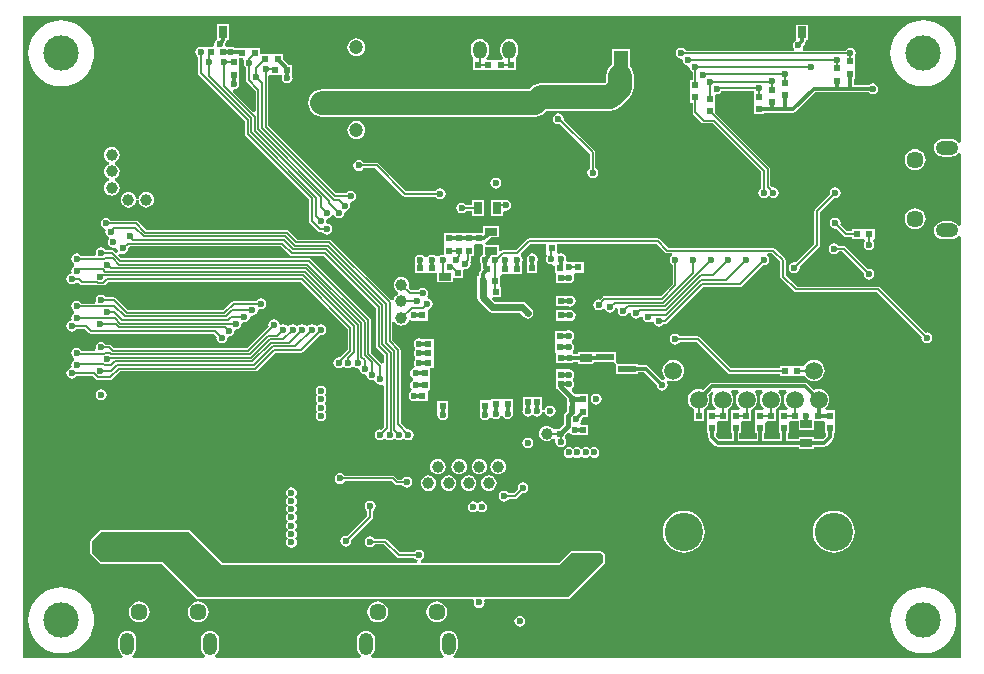
<source format=gbl>
G04 Layer_Physical_Order=4*
G04 Layer_Color=16711680*
%FSLAX44Y44*%
%MOMM*%
G71*
G01*
G75*
%ADD10C,0.1520*%
%ADD12C,1.0000*%
%ADD15R,0.5500X0.6000*%
%ADD22R,0.6000X0.5500*%
%ADD28R,1.0000X0.6500*%
%ADD38R,0.6500X1.0000*%
%ADD47R,1.2000X1.4500*%
%ADD48C,2.0000*%
%ADD49C,0.3000*%
%ADD51C,0.6000*%
%ADD52C,1.5000*%
%ADD53O,1.2000X1.9000*%
%ADD54C,1.4500*%
%ADD55C,3.2500*%
%ADD56C,2.0000*%
%ADD57C,1.2000*%
%ADD58O,1.2000X1.5000*%
%ADD59O,1.9000X1.2000*%
%ADD60C,3.0000*%
%ADD61C,0.6000*%
%ADD62R,1.5500X0.5500*%
%ADD63C,0.4000*%
G36*
X3596941Y3090312D02*
X3595165Y3088957D01*
X3594941Y3088958D01*
X3593863Y3090363D01*
X3592292Y3091569D01*
X3590463Y3092326D01*
X3588500Y3092585D01*
X3581500D01*
X3579537Y3092326D01*
X3577708Y3091569D01*
X3576136Y3090363D01*
X3574931Y3088792D01*
X3574174Y3086963D01*
X3573915Y3085000D01*
X3574174Y3083037D01*
X3574931Y3081208D01*
X3576136Y3079637D01*
X3577708Y3078431D01*
X3579537Y3077674D01*
X3581500Y3077415D01*
X3588500D01*
X3590463Y3077674D01*
X3592292Y3078431D01*
X3593863Y3079637D01*
X3594941Y3081042D01*
X3595165Y3081043D01*
X3596941Y3079688D01*
Y3020312D01*
X3595165Y3018957D01*
X3594941Y3018958D01*
X3593863Y3020363D01*
X3592292Y3021569D01*
X3590463Y3022326D01*
X3588500Y3022585D01*
X3581500D01*
X3579537Y3022326D01*
X3577708Y3021569D01*
X3576136Y3020363D01*
X3574931Y3018792D01*
X3574174Y3016963D01*
X3573915Y3015000D01*
X3574174Y3013037D01*
X3574931Y3011208D01*
X3576136Y3009637D01*
X3577708Y3008431D01*
X3579537Y3007674D01*
X3581500Y3007415D01*
X3588500D01*
X3590463Y3007674D01*
X3592292Y3008431D01*
X3593863Y3009637D01*
X3594941Y3011042D01*
X3595165Y3011043D01*
X3596941Y3009688D01*
Y2653058D01*
X3168312D01*
X3166956Y2654835D01*
X3166958Y2655059D01*
X3168363Y2656137D01*
X3169569Y2657708D01*
X3170327Y2659537D01*
X3170585Y2661500D01*
Y2668500D01*
X3170327Y2670463D01*
X3169569Y2672292D01*
X3168363Y2673863D01*
X3166792Y2675069D01*
X3164963Y2675826D01*
X3163000Y2676085D01*
X3161037Y2675826D01*
X3159207Y2675069D01*
X3157637Y2673863D01*
X3156431Y2672292D01*
X3155674Y2670463D01*
X3155415Y2668500D01*
Y2661500D01*
X3155674Y2659537D01*
X3156431Y2657708D01*
X3157637Y2656137D01*
X3159042Y2655059D01*
X3159043Y2654835D01*
X3157688Y2653058D01*
X3098312D01*
X3096956Y2654835D01*
X3096958Y2655059D01*
X3098363Y2656137D01*
X3099569Y2657708D01*
X3100327Y2659537D01*
X3100585Y2661500D01*
Y2668500D01*
X3100327Y2670463D01*
X3099569Y2672292D01*
X3098363Y2673863D01*
X3096792Y2675069D01*
X3094963Y2675826D01*
X3093000Y2676085D01*
X3091037Y2675826D01*
X3089207Y2675069D01*
X3087637Y2673863D01*
X3086431Y2672292D01*
X3085674Y2670463D01*
X3085415Y2668500D01*
Y2661500D01*
X3085674Y2659537D01*
X3086431Y2657708D01*
X3087637Y2656137D01*
X3089041Y2655059D01*
X3089043Y2654835D01*
X3087688Y2653058D01*
X2966312D01*
X2964957Y2654835D01*
X2964958Y2655059D01*
X2966363Y2656137D01*
X2967569Y2657708D01*
X2968326Y2659537D01*
X2968585Y2661500D01*
Y2668500D01*
X2968326Y2670463D01*
X2967569Y2672292D01*
X2966363Y2673863D01*
X2964792Y2675069D01*
X2962963Y2675826D01*
X2961000Y2676085D01*
X2959037Y2675826D01*
X2957208Y2675069D01*
X2955637Y2673863D01*
X2954431Y2672292D01*
X2953673Y2670463D01*
X2953415Y2668500D01*
Y2661500D01*
X2953673Y2659537D01*
X2954431Y2657708D01*
X2955637Y2656137D01*
X2957042Y2655059D01*
X2957043Y2654835D01*
X2955688Y2653058D01*
X2896312D01*
X2894957Y2654835D01*
X2894958Y2655059D01*
X2896363Y2656137D01*
X2897569Y2657708D01*
X2898326Y2659537D01*
X2898585Y2661500D01*
Y2668500D01*
X2898326Y2670463D01*
X2897569Y2672292D01*
X2896363Y2673863D01*
X2894792Y2675069D01*
X2892963Y2675826D01*
X2891000Y2676085D01*
X2889037Y2675826D01*
X2887208Y2675069D01*
X2885637Y2673863D01*
X2884431Y2672292D01*
X2883673Y2670463D01*
X2883415Y2668500D01*
Y2661500D01*
X2883673Y2659537D01*
X2884431Y2657708D01*
X2885637Y2656137D01*
X2887042Y2655059D01*
X2887043Y2654835D01*
X2885688Y2653058D01*
X2803058D01*
Y3196941D01*
X3596941D01*
Y3090312D01*
D02*
G37*
%LPC*%
G36*
X3172000Y2821576D02*
X3170298Y2821352D01*
X3168712Y2820695D01*
X3167350Y2819650D01*
X3166305Y2818288D01*
X3165648Y2816702D01*
X3165424Y2815000D01*
X3165648Y2813298D01*
X3166305Y2811712D01*
X3167350Y2810350D01*
X3168712Y2809305D01*
X3170298Y2808648D01*
X3172000Y2808424D01*
X3173702Y2808648D01*
X3175288Y2809305D01*
X3176650Y2810350D01*
X3177695Y2811712D01*
X3178352Y2813298D01*
X3178576Y2815000D01*
X3178352Y2816702D01*
X3177695Y2818288D01*
X3176650Y2819650D01*
X3175288Y2820695D01*
X3173702Y2821352D01*
X3172000Y2821576D01*
D02*
G37*
G36*
X3189000D02*
X3187298Y2821352D01*
X3185712Y2820695D01*
X3184350Y2819650D01*
X3183305Y2818288D01*
X3182648Y2816702D01*
X3182424Y2815000D01*
X3182648Y2813298D01*
X3183305Y2811712D01*
X3184350Y2810350D01*
X3185712Y2809305D01*
X3187298Y2808648D01*
X3189000Y2808424D01*
X3190702Y2808648D01*
X3192288Y2809305D01*
X3193650Y2810350D01*
X3194695Y2811712D01*
X3195352Y2813298D01*
X3195576Y2815000D01*
X3195352Y2816702D01*
X3194695Y2818288D01*
X3193650Y2819650D01*
X3192288Y2820695D01*
X3190702Y2821352D01*
X3189000Y2821576D01*
D02*
G37*
G36*
X3205000D02*
X3203298Y2821352D01*
X3201712Y2820695D01*
X3200350Y2819650D01*
X3199305Y2818288D01*
X3198648Y2816702D01*
X3198424Y2815000D01*
X3198648Y2813298D01*
X3199305Y2811712D01*
X3200350Y2810350D01*
X3201712Y2809305D01*
X3203298Y2808648D01*
X3205000Y2808424D01*
X3206702Y2808648D01*
X3208288Y2809305D01*
X3209650Y2810350D01*
X3210695Y2811712D01*
X3211352Y2813298D01*
X3211576Y2815000D01*
X3211352Y2816702D01*
X3210695Y2818288D01*
X3209650Y2819650D01*
X3208288Y2820695D01*
X3206702Y2821352D01*
X3205000Y2821576D01*
D02*
G37*
G36*
X3197000Y2807576D02*
X3195298Y2807352D01*
X3193712Y2806695D01*
X3192350Y2805650D01*
X3191305Y2804288D01*
X3190648Y2802702D01*
X3190424Y2801000D01*
X3190648Y2799298D01*
X3191305Y2797712D01*
X3192350Y2796350D01*
X3193712Y2795305D01*
X3195298Y2794648D01*
X3197000Y2794424D01*
X3198702Y2794648D01*
X3200288Y2795305D01*
X3201650Y2796350D01*
X3202695Y2797712D01*
X3203352Y2799298D01*
X3203576Y2801000D01*
X3203352Y2802702D01*
X3202695Y2804288D01*
X3201650Y2805650D01*
X3200288Y2806695D01*
X3198702Y2807352D01*
X3197000Y2807576D01*
D02*
G37*
G36*
X3180000D02*
X3178298Y2807352D01*
X3176712Y2806695D01*
X3175350Y2805650D01*
X3174305Y2804288D01*
X3173648Y2802702D01*
X3173424Y2801000D01*
X3173648Y2799298D01*
X3174305Y2797712D01*
X3175350Y2796350D01*
X3176712Y2795305D01*
X3178298Y2794648D01*
X3180000Y2794424D01*
X3181702Y2794648D01*
X3183288Y2795305D01*
X3184650Y2796350D01*
X3185695Y2797712D01*
X3186352Y2799298D01*
X3186576Y2801000D01*
X3186352Y2802702D01*
X3185695Y2804288D01*
X3184650Y2805650D01*
X3183288Y2806695D01*
X3181702Y2807352D01*
X3180000Y2807576D01*
D02*
G37*
G36*
X3154000Y2821576D02*
X3152298Y2821352D01*
X3150712Y2820695D01*
X3149350Y2819650D01*
X3148305Y2818288D01*
X3147648Y2816702D01*
X3147424Y2815000D01*
X3147648Y2813298D01*
X3148305Y2811712D01*
X3149350Y2810350D01*
X3150712Y2809305D01*
X3152298Y2808648D01*
X3154000Y2808424D01*
X3155702Y2808648D01*
X3157288Y2809305D01*
X3158650Y2810350D01*
X3159695Y2811712D01*
X3160352Y2813298D01*
X3160576Y2815000D01*
X3160352Y2816702D01*
X3159695Y2818288D01*
X3158650Y2819650D01*
X3157288Y2820695D01*
X3155702Y2821352D01*
X3154000Y2821576D01*
D02*
G37*
G36*
X3071125Y2809608D02*
X3069361Y2809258D01*
X3067866Y2808259D01*
X3066867Y2806764D01*
X3066516Y2805000D01*
X3066867Y2803236D01*
X3067866Y2801741D01*
X3069361Y2800742D01*
X3071125Y2800392D01*
X3072888Y2800742D01*
X3074384Y2801741D01*
X3075008Y2802675D01*
X3115037D01*
X3117606Y2800106D01*
X3117606Y2800106D01*
X3118360Y2799602D01*
X3119250Y2799425D01*
X3119250Y2799425D01*
X3123867D01*
X3124491Y2798491D01*
X3125986Y2797492D01*
X3127750Y2797141D01*
X3129514Y2797492D01*
X3131009Y2798491D01*
X3132008Y2799986D01*
X3132358Y2801750D01*
X3132008Y2803513D01*
X3131009Y2805009D01*
X3129514Y2806008D01*
X3127750Y2806359D01*
X3125986Y2806008D01*
X3124491Y2805009D01*
X3123867Y2804075D01*
X3120213D01*
X3117644Y2806644D01*
X3116890Y2807148D01*
X3116000Y2807325D01*
X3116000Y2807325D01*
X3075008D01*
X3074384Y2808259D01*
X3072888Y2809258D01*
X3071125Y2809608D01*
D02*
G37*
G36*
X3286000Y2831609D02*
X3284236Y2831258D01*
X3284071Y2831147D01*
X3282500Y2830377D01*
X3280929Y2831147D01*
X3280764Y2831258D01*
X3279000Y2831609D01*
X3277236Y2831258D01*
X3275741Y2830259D01*
X3275259D01*
X3273764Y2831258D01*
X3272000Y2831609D01*
X3270236Y2831258D01*
X3268741Y2830259D01*
X3268259D01*
X3266764Y2831258D01*
X3265000Y2831609D01*
X3263236Y2831258D01*
X3261741Y2830259D01*
X3260742Y2828764D01*
X3260392Y2827000D01*
X3260742Y2825236D01*
X3261741Y2823741D01*
X3263236Y2822742D01*
X3265000Y2822391D01*
X3266764Y2822742D01*
X3268259Y2823741D01*
X3268741D01*
X3270236Y2822742D01*
X3272000Y2822391D01*
X3273764Y2822742D01*
X3275259Y2823741D01*
X3275741D01*
X3277236Y2822742D01*
X3279000Y2822391D01*
X3280764Y2822742D01*
X3280929Y2822853D01*
X3282500Y2823623D01*
X3284071Y2822853D01*
X3284236Y2822742D01*
X3286000Y2822391D01*
X3287764Y2822742D01*
X3289259Y2823741D01*
X3290258Y2825236D01*
X3290609Y2827000D01*
X3290258Y2828764D01*
X3289259Y2830259D01*
X3287764Y2831258D01*
X3286000Y2831609D01*
D02*
G37*
G36*
X3288000Y2876609D02*
X3286236Y2876258D01*
X3284741Y2875259D01*
X3283742Y2873764D01*
X3283391Y2872000D01*
X3283742Y2870236D01*
X3284741Y2868741D01*
X3286236Y2867742D01*
X3288000Y2867391D01*
X3289763Y2867742D01*
X3291259Y2868741D01*
X3292258Y2870236D01*
X3292609Y2872000D01*
X3292258Y2873764D01*
X3291259Y2875259D01*
X3289763Y2876258D01*
X3288000Y2876609D01*
D02*
G37*
G36*
X3242270Y2874270D02*
X3225730D01*
Y2865230D01*
X3225730Y2865230D01*
X3225643Y2863266D01*
X3225392Y2862000D01*
X3225742Y2860237D01*
X3226741Y2858741D01*
X3228236Y2857742D01*
X3230000Y2857391D01*
X3231764Y2857742D01*
X3233259Y2858741D01*
X3234741D01*
X3236236Y2857742D01*
X3238000Y2857391D01*
X3239763Y2857742D01*
X3241259Y2858741D01*
X3242258Y2860237D01*
X3242480Y2861356D01*
X3244519D01*
X3244742Y2860237D01*
X3245741Y2858741D01*
X3247236Y2857742D01*
X3249000Y2857391D01*
X3250764Y2857742D01*
X3252259Y2858741D01*
X3253258Y2860237D01*
X3253608Y2862000D01*
X3253258Y2863764D01*
X3252259Y2865259D01*
X3250764Y2866258D01*
X3249000Y2866609D01*
X3247236Y2866258D01*
X3245741Y2865259D01*
X3244742Y2863764D01*
X3244519Y2862644D01*
X3244106D01*
X3242567Y2863191D01*
X3242363Y2863264D01*
X3242355Y2863304D01*
X3242354Y2863319D01*
X3242270Y2865300D01*
Y2874270D01*
D02*
G37*
G36*
X2869000Y2880609D02*
X2867236Y2880258D01*
X2865741Y2879259D01*
X2864742Y2877764D01*
X2864391Y2876000D01*
X2864742Y2874236D01*
X2865741Y2872741D01*
X2867236Y2871742D01*
X2869000Y2871391D01*
X2870764Y2871742D01*
X2872259Y2872741D01*
X2873258Y2874236D01*
X2873609Y2876000D01*
X2873258Y2877764D01*
X2872259Y2879259D01*
X2870764Y2880258D01*
X2869000Y2880609D01*
D02*
G37*
G36*
X3138000Y2923608D02*
X3136236Y2923258D01*
X3134741Y2922259D01*
X3133742Y2920764D01*
X3133391Y2919000D01*
X3133742Y2917236D01*
X3134315Y2916379D01*
X3134592Y2915000D01*
X3134315Y2913621D01*
X3133742Y2912764D01*
X3133391Y2911000D01*
X3133742Y2909236D01*
X3134315Y2908379D01*
X3134592Y2907000D01*
X3134315Y2905621D01*
X3133742Y2904763D01*
X3133391Y2903000D01*
X3133742Y2901236D01*
X3134237Y2900496D01*
X3133575Y2898416D01*
X3133478Y2898306D01*
X3133236Y2898258D01*
X3131741Y2897259D01*
X3130742Y2895764D01*
X3130392Y2894000D01*
X3130742Y2892236D01*
X3131741Y2890741D01*
X3132684Y2890111D01*
X3132776Y2889804D01*
Y2888196D01*
X3132684Y2887889D01*
X3131741Y2887259D01*
X3130742Y2885764D01*
X3130392Y2884000D01*
X3130742Y2882236D01*
X3131552Y2881024D01*
X3131713Y2880608D01*
X3131298Y2878632D01*
X3130740Y2878259D01*
X3129741Y2876764D01*
X3129390Y2875000D01*
X3129741Y2873236D01*
X3130740Y2871741D01*
X3132235Y2870742D01*
X3133999Y2870392D01*
X3134342Y2870460D01*
X3136230Y2870730D01*
X3136230Y2870730D01*
X3136230Y2870730D01*
X3145270D01*
Y2879270D01*
X3147079Y2879730D01*
X3147270D01*
Y2887730D01*
X3147270Y2888270D01*
Y2889730D01*
X3147270Y2890270D01*
X3147270Y2898270D01*
X3149080Y2898730D01*
X3150270D01*
Y2906730D01*
Y2914730D01*
Y2923270D01*
X3141230D01*
X3141230Y2923270D01*
X3139266Y2923357D01*
X3138000Y2923608D01*
D02*
G37*
G36*
X3055000Y2883608D02*
X3053236Y2883258D01*
X3051741Y2882259D01*
X3050742Y2880764D01*
X3050392Y2879000D01*
X3050742Y2877236D01*
X3051741Y2875741D01*
Y2875259D01*
X3050742Y2873764D01*
X3050392Y2872000D01*
X3050742Y2870236D01*
X3051741Y2868741D01*
Y2868259D01*
X3050742Y2866764D01*
X3050392Y2865000D01*
X3050742Y2863236D01*
X3050853Y2863071D01*
X3051623Y2861500D01*
X3050853Y2859929D01*
X3050742Y2859763D01*
X3050392Y2858000D01*
X3050742Y2856236D01*
X3051741Y2854741D01*
X3053236Y2853742D01*
X3055000Y2853391D01*
X3056764Y2853742D01*
X3058259Y2854741D01*
X3059258Y2856236D01*
X3059608Y2858000D01*
X3059258Y2859763D01*
X3059147Y2859929D01*
X3058377Y2861500D01*
X3059147Y2863071D01*
X3059258Y2863236D01*
X3059608Y2865000D01*
X3059258Y2866764D01*
X3058259Y2868259D01*
Y2868741D01*
X3059258Y2870236D01*
X3059608Y2872000D01*
X3059258Y2873764D01*
X3058259Y2875259D01*
Y2875741D01*
X3059258Y2877236D01*
X3059608Y2879000D01*
X3059258Y2880764D01*
X3058259Y2882259D01*
X3056764Y2883258D01*
X3055000Y2883608D01*
D02*
G37*
G36*
X3230000Y2839608D02*
X3228236Y2839258D01*
X3226741Y2838259D01*
X3225742Y2836764D01*
X3225392Y2835000D01*
X3225742Y2833236D01*
X3226741Y2831741D01*
X3228236Y2830742D01*
X3230000Y2830392D01*
X3231764Y2830742D01*
X3233259Y2831741D01*
X3234258Y2833236D01*
X3234608Y2835000D01*
X3234258Y2836764D01*
X3233259Y2838259D01*
X3231764Y2839258D01*
X3230000Y2839608D01*
D02*
G37*
G36*
X3208730Y2872270D02*
X3207270D01*
X3206730Y2872270D01*
X3198730D01*
X3198270Y2871270D01*
X3189730D01*
Y2862230D01*
X3189730Y2862230D01*
X3189643Y2860266D01*
X3189391Y2859000D01*
X3189742Y2857236D01*
X3190741Y2855741D01*
X3192236Y2854742D01*
X3194000Y2854391D01*
X3195764Y2854742D01*
X3197259Y2855741D01*
X3197631Y2856299D01*
X3199608Y2856713D01*
X3200023Y2856553D01*
X3201236Y2855742D01*
X3203000Y2855392D01*
X3204763Y2855742D01*
X3206259Y2856741D01*
X3206889Y2857684D01*
X3207196Y2857776D01*
X3208804D01*
X3209111Y2857684D01*
X3209741Y2856741D01*
X3211236Y2855742D01*
X3213000Y2855392D01*
X3214763Y2855742D01*
X3216259Y2856741D01*
X3217258Y2858236D01*
X3217609Y2860000D01*
X3217357Y2861266D01*
X3217270Y2863230D01*
X3217270Y2863230D01*
X3217270Y2863230D01*
Y2872270D01*
X3209270D01*
X3208730Y2872270D01*
D02*
G37*
G36*
X3162520Y2870270D02*
X3153480D01*
Y2861730D01*
X3153480Y2861730D01*
X3153537Y2859730D01*
X3153391Y2859000D01*
X3153742Y2857236D01*
X3154741Y2855741D01*
X3156236Y2854742D01*
X3158000Y2854391D01*
X3159763Y2854742D01*
X3161259Y2855741D01*
X3162258Y2857236D01*
X3162609Y2859000D01*
X3162463Y2859730D01*
X3162520Y2861730D01*
X3162520Y2861730D01*
X3162520Y2861730D01*
Y2870270D01*
D02*
G37*
G36*
X3103000Y2700846D02*
X3100710Y2700544D01*
X3098577Y2699661D01*
X3096745Y2698255D01*
X3095339Y2696423D01*
X3094456Y2694290D01*
X3094154Y2692000D01*
X3094456Y2689711D01*
X3095339Y2687577D01*
X3096745Y2685745D01*
X3098577Y2684339D01*
X3100710Y2683456D01*
X3103000Y2683154D01*
X3105289Y2683456D01*
X3107423Y2684339D01*
X3109255Y2685745D01*
X3110661Y2687577D01*
X3111544Y2689711D01*
X3111846Y2692000D01*
X3111544Y2694290D01*
X3110661Y2696423D01*
X3109255Y2698255D01*
X3107423Y2699661D01*
X3105289Y2700544D01*
X3103000Y2700846D01*
D02*
G37*
G36*
X2951000D02*
X2948711Y2700544D01*
X2946577Y2699661D01*
X2944745Y2698255D01*
X2943340Y2696423D01*
X2942456Y2694290D01*
X2942154Y2692000D01*
X2942456Y2689711D01*
X2943340Y2687577D01*
X2944745Y2685745D01*
X2946577Y2684339D01*
X2948711Y2683456D01*
X2951000Y2683154D01*
X2953289Y2683456D01*
X2955423Y2684339D01*
X2957255Y2685745D01*
X2958661Y2687577D01*
X2959544Y2689711D01*
X2959846Y2692000D01*
X2959544Y2694290D01*
X2958661Y2696423D01*
X2957255Y2698255D01*
X2955423Y2699661D01*
X2953289Y2700544D01*
X2951000Y2700846D01*
D02*
G37*
G36*
X2943000Y2761645D02*
X2869000Y2761645D01*
X2867837Y2761163D01*
X2859837Y2753163D01*
X2859355Y2752000D01*
Y2742000D01*
X2859837Y2740836D01*
X2867837Y2732837D01*
X2869000Y2732355D01*
X2920318Y2732355D01*
X2948837Y2703837D01*
X2950000Y2703355D01*
X3183400Y2703355D01*
X3183907Y2702754D01*
X3184661Y2701355D01*
X3184391Y2700000D01*
X3184742Y2698236D01*
X3185741Y2696741D01*
X3187236Y2695742D01*
X3189000Y2695392D01*
X3190764Y2695742D01*
X3192259Y2696741D01*
X3193258Y2698236D01*
X3193608Y2700000D01*
X3193339Y2701355D01*
X3194093Y2702754D01*
X3194600Y2703355D01*
X3265000Y2703355D01*
X3266164Y2703837D01*
X3295163Y2732837D01*
X3295645Y2734000D01*
X3295645Y2740000D01*
X3295163Y2741163D01*
X3293163Y2743163D01*
X3292000Y2743645D01*
X3267000Y2743645D01*
X3265837Y2743163D01*
X3256319Y2733645D01*
X3139474Y2733645D01*
X3139277Y2735645D01*
X3139763Y2735742D01*
X3141259Y2736741D01*
X3142258Y2738236D01*
X3142609Y2740000D01*
X3142258Y2741764D01*
X3141259Y2743259D01*
X3139763Y2744258D01*
X3138000Y2744608D01*
X3136236Y2744258D01*
X3134741Y2743259D01*
X3134117Y2742325D01*
X3121963D01*
X3111119Y2753169D01*
X3110365Y2753673D01*
X3109475Y2753850D01*
X3109475Y2753849D01*
X3100408D01*
X3099784Y2754784D01*
X3098289Y2755783D01*
X3096525Y2756133D01*
X3094761Y2755783D01*
X3093266Y2754784D01*
X3092267Y2753289D01*
X3091917Y2751525D01*
X3092267Y2749761D01*
X3093266Y2748266D01*
X3094761Y2747267D01*
X3096525Y2746917D01*
X3098289Y2747267D01*
X3099784Y2748266D01*
X3100408Y2749200D01*
X3108512D01*
X3119356Y2738356D01*
X3119356Y2738356D01*
X3120110Y2737852D01*
X3121000Y2737675D01*
X3134117D01*
X3134741Y2736741D01*
X3136236Y2735742D01*
X3136723Y2735645D01*
X3136526Y2733645D01*
X2971681Y2733645D01*
X2944164Y2761163D01*
X2943000Y2761645D01*
D02*
G37*
G36*
X3153000Y2700846D02*
X3150710Y2700544D01*
X3148577Y2699661D01*
X3146745Y2698255D01*
X3145339Y2696423D01*
X3144456Y2694290D01*
X3144154Y2692000D01*
X3144456Y2689711D01*
X3145339Y2687577D01*
X3146745Y2685745D01*
X3148577Y2684339D01*
X3150710Y2683456D01*
X3153000Y2683154D01*
X3155289Y2683456D01*
X3157423Y2684339D01*
X3159255Y2685745D01*
X3160661Y2687577D01*
X3161544Y2689711D01*
X3161846Y2692000D01*
X3161544Y2694290D01*
X3160661Y2696423D01*
X3159255Y2698255D01*
X3157423Y2699661D01*
X3155289Y2700544D01*
X3153000Y2700846D01*
D02*
G37*
G36*
X3565000Y2712876D02*
X3560639Y2712533D01*
X3556386Y2711512D01*
X3552345Y2709838D01*
X3548615Y2707552D01*
X3545289Y2704711D01*
X3542448Y2701385D01*
X3540162Y2697655D01*
X3538488Y2693614D01*
X3537467Y2689361D01*
X3537124Y2685000D01*
X3537467Y2680639D01*
X3538488Y2676386D01*
X3540162Y2672345D01*
X3542448Y2668615D01*
X3545289Y2665289D01*
X3548615Y2662448D01*
X3552345Y2660162D01*
X3556386Y2658488D01*
X3560639Y2657467D01*
X3565000Y2657124D01*
X3569361Y2657467D01*
X3573614Y2658488D01*
X3577655Y2660162D01*
X3581385Y2662448D01*
X3584711Y2665289D01*
X3587552Y2668615D01*
X3589838Y2672345D01*
X3591512Y2676386D01*
X3592533Y2680639D01*
X3592876Y2685000D01*
X3592533Y2689361D01*
X3591512Y2693614D01*
X3589838Y2697655D01*
X3587552Y2701385D01*
X3584711Y2704711D01*
X3581385Y2707552D01*
X3577655Y2709838D01*
X3573614Y2711512D01*
X3569361Y2712533D01*
X3565000Y2712876D01*
D02*
G37*
G36*
X2835000D02*
X2830639Y2712533D01*
X2826386Y2711512D01*
X2822344Y2709838D01*
X2818615Y2707552D01*
X2815289Y2704711D01*
X2812448Y2701385D01*
X2810162Y2697655D01*
X2808488Y2693614D01*
X2807467Y2689361D01*
X2807124Y2685000D01*
X2807467Y2680639D01*
X2808488Y2676386D01*
X2810162Y2672345D01*
X2812448Y2668615D01*
X2815289Y2665289D01*
X2818615Y2662448D01*
X2822344Y2660162D01*
X2826386Y2658488D01*
X2830639Y2657467D01*
X2835000Y2657124D01*
X2839361Y2657467D01*
X2843614Y2658488D01*
X2847655Y2660162D01*
X2851385Y2662448D01*
X2854711Y2665289D01*
X2857552Y2668615D01*
X2859838Y2672345D01*
X2861512Y2676386D01*
X2862533Y2680639D01*
X2862876Y2685000D01*
X2862533Y2689361D01*
X2861512Y2693614D01*
X2859838Y2697655D01*
X2857552Y2701385D01*
X2854711Y2704711D01*
X2851385Y2707552D01*
X2847655Y2709838D01*
X2843614Y2711512D01*
X2839361Y2712533D01*
X2835000Y2712876D01*
D02*
G37*
G36*
X2901000Y2700846D02*
X2898711Y2700544D01*
X2896577Y2699661D01*
X2894745Y2698255D01*
X2893340Y2696423D01*
X2892456Y2694290D01*
X2892154Y2692000D01*
X2892456Y2689711D01*
X2893340Y2687577D01*
X2894745Y2685745D01*
X2896577Y2684339D01*
X2898711Y2683456D01*
X2901000Y2683154D01*
X2903289Y2683456D01*
X2905423Y2684339D01*
X2907255Y2685745D01*
X2908661Y2687577D01*
X2909544Y2689711D01*
X2909846Y2692000D01*
X2909544Y2694290D01*
X2908661Y2696423D01*
X2907255Y2698255D01*
X2905423Y2699661D01*
X2903289Y2700544D01*
X2901000Y2700846D01*
D02*
G37*
G36*
X3223300Y2688608D02*
X3221536Y2688258D01*
X3220041Y2687259D01*
X3219042Y2685764D01*
X3218691Y2684000D01*
X3219042Y2682236D01*
X3220041Y2680741D01*
X3221536Y2679742D01*
X3223300Y2679391D01*
X3225063Y2679742D01*
X3226559Y2680741D01*
X3227558Y2682236D01*
X3227909Y2684000D01*
X3227558Y2685764D01*
X3226559Y2687259D01*
X3225063Y2688258D01*
X3223300Y2688608D01*
D02*
G37*
G36*
X3226000Y2801609D02*
X3224236Y2801258D01*
X3222741Y2800259D01*
X3221742Y2798764D01*
X3221391Y2797000D01*
X3221611Y2795898D01*
X3218037Y2792325D01*
X3213883D01*
X3213259Y2793259D01*
X3211764Y2794258D01*
X3210000Y2794608D01*
X3208236Y2794258D01*
X3206741Y2793259D01*
X3205742Y2791764D01*
X3205392Y2790000D01*
X3205742Y2788236D01*
X3206741Y2786741D01*
X3208236Y2785742D01*
X3210000Y2785392D01*
X3211764Y2785742D01*
X3213259Y2786741D01*
X3213883Y2787675D01*
X3219000D01*
X3219000Y2787675D01*
X3219890Y2787852D01*
X3220644Y2788356D01*
X3224898Y2792610D01*
X3226000Y2792391D01*
X3227764Y2792742D01*
X3229259Y2793741D01*
X3230258Y2795237D01*
X3230609Y2797000D01*
X3230258Y2798764D01*
X3229259Y2800259D01*
X3227764Y2801258D01*
X3226000Y2801609D01*
D02*
G37*
G36*
X3191000Y2785609D02*
X3189236Y2785258D01*
X3187741Y2784259D01*
X3187259D01*
X3185764Y2785258D01*
X3184000Y2785609D01*
X3182236Y2785258D01*
X3180741Y2784259D01*
X3179742Y2782764D01*
X3179391Y2781000D01*
X3179742Y2779236D01*
X3180741Y2777741D01*
X3182236Y2776742D01*
X3184000Y2776391D01*
X3185764Y2776742D01*
X3187259Y2777741D01*
X3187741D01*
X3189236Y2776742D01*
X3191000Y2776391D01*
X3192764Y2776742D01*
X3194259Y2777741D01*
X3195258Y2779236D01*
X3195609Y2781000D01*
X3195258Y2782764D01*
X3194259Y2784259D01*
X3192764Y2785258D01*
X3191000Y2785609D01*
D02*
G37*
G36*
X3163000Y2807576D02*
X3161298Y2807352D01*
X3159712Y2806695D01*
X3158350Y2805650D01*
X3157305Y2804288D01*
X3156648Y2802702D01*
X3156424Y2801000D01*
X3156648Y2799298D01*
X3157305Y2797712D01*
X3158350Y2796350D01*
X3159712Y2795305D01*
X3161298Y2794648D01*
X3163000Y2794424D01*
X3164702Y2794648D01*
X3166288Y2795305D01*
X3167650Y2796350D01*
X3168695Y2797712D01*
X3169352Y2799298D01*
X3169576Y2801000D01*
X3169352Y2802702D01*
X3168695Y2804288D01*
X3167650Y2805650D01*
X3166288Y2806695D01*
X3164702Y2807352D01*
X3163000Y2807576D01*
D02*
G37*
G36*
X3146000D02*
X3144298Y2807352D01*
X3142712Y2806695D01*
X3141350Y2805650D01*
X3140305Y2804288D01*
X3139648Y2802702D01*
X3139424Y2801000D01*
X3139648Y2799298D01*
X3140305Y2797712D01*
X3141350Y2796350D01*
X3142712Y2795305D01*
X3144298Y2794648D01*
X3146000Y2794424D01*
X3147702Y2794648D01*
X3149288Y2795305D01*
X3150650Y2796350D01*
X3151695Y2797712D01*
X3152352Y2799298D01*
X3152576Y2801000D01*
X3152352Y2802702D01*
X3151695Y2804288D01*
X3150650Y2805650D01*
X3149288Y2806695D01*
X3147702Y2807352D01*
X3146000Y2807576D01*
D02*
G37*
G36*
X3489000Y2777856D02*
X3485516Y2777513D01*
X3482167Y2776497D01*
X3479080Y2774847D01*
X3476374Y2772626D01*
X3474153Y2769920D01*
X3472503Y2766833D01*
X3471487Y2763484D01*
X3471144Y2760000D01*
X3471487Y2756516D01*
X3472503Y2753167D01*
X3474153Y2750080D01*
X3476374Y2747374D01*
X3479080Y2745153D01*
X3482167Y2743503D01*
X3485516Y2742487D01*
X3489000Y2742144D01*
X3492484Y2742487D01*
X3495833Y2743503D01*
X3498920Y2745153D01*
X3501626Y2747374D01*
X3503847Y2750080D01*
X3505497Y2753167D01*
X3506513Y2756516D01*
X3506856Y2760000D01*
X3506513Y2763484D01*
X3505497Y2766833D01*
X3503847Y2769920D01*
X3501626Y2772626D01*
X3498920Y2774847D01*
X3495833Y2776497D01*
X3492484Y2777513D01*
X3489000Y2777856D01*
D02*
G37*
G36*
X3362000D02*
X3358517Y2777513D01*
X3355167Y2776497D01*
X3352080Y2774847D01*
X3349374Y2772626D01*
X3347153Y2769920D01*
X3345503Y2766833D01*
X3344487Y2763484D01*
X3344144Y2760000D01*
X3344487Y2756516D01*
X3345503Y2753167D01*
X3347153Y2750080D01*
X3349374Y2747374D01*
X3352080Y2745153D01*
X3355167Y2743503D01*
X3358517Y2742487D01*
X3362000Y2742144D01*
X3365483Y2742487D01*
X3368833Y2743503D01*
X3371920Y2745153D01*
X3374626Y2747374D01*
X3376847Y2750080D01*
X3378497Y2753167D01*
X3379513Y2756516D01*
X3379856Y2760000D01*
X3379513Y2763484D01*
X3378497Y2766833D01*
X3376847Y2769920D01*
X3374626Y2772626D01*
X3371920Y2774847D01*
X3368833Y2776497D01*
X3365483Y2777513D01*
X3362000Y2777856D01*
D02*
G37*
G36*
X3096525Y2786083D02*
X3094761Y2785733D01*
X3093266Y2784734D01*
X3092267Y2783239D01*
X3091917Y2781475D01*
X3092267Y2779711D01*
X3093266Y2778216D01*
X3094200Y2777592D01*
Y2773488D01*
X3077102Y2756389D01*
X3076000Y2756609D01*
X3074236Y2756258D01*
X3072741Y2755259D01*
X3071742Y2753764D01*
X3071391Y2752000D01*
X3071742Y2750236D01*
X3072741Y2748741D01*
X3074236Y2747742D01*
X3076000Y2747391D01*
X3077764Y2747742D01*
X3079259Y2748741D01*
X3080258Y2750236D01*
X3080609Y2752000D01*
X3080389Y2753102D01*
X3098169Y2770881D01*
X3098673Y2771635D01*
X3098850Y2772525D01*
X3098849Y2772525D01*
Y2777592D01*
X3099784Y2778216D01*
X3100783Y2779711D01*
X3101133Y2781475D01*
X3100783Y2783239D01*
X3099784Y2784734D01*
X3098289Y2785733D01*
X3096525Y2786083D01*
D02*
G37*
G36*
X3030000Y2797609D02*
X3028236Y2797258D01*
X3026741Y2796259D01*
X3025742Y2794763D01*
X3025392Y2793000D01*
X3025742Y2791236D01*
X3026741Y2789741D01*
Y2789259D01*
X3025742Y2787764D01*
X3025392Y2786000D01*
X3025742Y2784236D01*
X3026741Y2782741D01*
Y2782259D01*
X3025742Y2780764D01*
X3025392Y2779000D01*
X3025742Y2777236D01*
X3025853Y2777071D01*
X3026623Y2775500D01*
X3025853Y2773929D01*
X3025742Y2773764D01*
X3025392Y2772000D01*
X3025742Y2770237D01*
X3026741Y2768741D01*
X3025853Y2766929D01*
X3025742Y2766764D01*
X3025392Y2765000D01*
X3025742Y2763236D01*
X3025853Y2763071D01*
X3026623Y2761500D01*
X3025853Y2759930D01*
X3025742Y2759763D01*
X3025392Y2758000D01*
X3025742Y2756236D01*
X3026741Y2754741D01*
Y2754259D01*
X3025742Y2752764D01*
X3025392Y2751000D01*
X3025742Y2749236D01*
X3026741Y2747741D01*
X3028236Y2746742D01*
X3030000Y2746391D01*
X3031764Y2746742D01*
X3033259Y2747741D01*
X3034258Y2749236D01*
X3034608Y2751000D01*
X3034258Y2752764D01*
X3033259Y2754259D01*
Y2754741D01*
X3034258Y2756236D01*
X3034608Y2758000D01*
X3034258Y2759763D01*
X3034147Y2759930D01*
X3033377Y2761500D01*
X3034147Y2763071D01*
X3034258Y2763236D01*
X3034608Y2765000D01*
X3034258Y2766764D01*
X3033259Y2768259D01*
X3034147Y2770070D01*
X3034258Y2770237D01*
X3034608Y2772000D01*
X3034258Y2773764D01*
X3034147Y2773929D01*
X3033377Y2775500D01*
X3034147Y2777071D01*
X3034258Y2777236D01*
X3034608Y2779000D01*
X3034258Y2780764D01*
X3033259Y2782259D01*
Y2782741D01*
X3034258Y2784236D01*
X3034608Y2786000D01*
X3034258Y2787764D01*
X3033259Y2789259D01*
Y2789741D01*
X3034258Y2791236D01*
X3034608Y2793000D01*
X3034258Y2794763D01*
X3033259Y2796259D01*
X3031764Y2797258D01*
X3030000Y2797609D01*
D02*
G37*
G36*
X3465050Y2886079D02*
X3385950D01*
X3384772Y2885845D01*
X3383773Y2885177D01*
X3378575Y2879979D01*
X3377105Y2880588D01*
X3374750Y2880898D01*
X3372395Y2880588D01*
X3370201Y2879679D01*
X3368317Y2878233D01*
X3366871Y2876349D01*
X3365962Y2874155D01*
X3365652Y2871800D01*
X3365962Y2869445D01*
X3366871Y2867251D01*
X3368317Y2865367D01*
X3369668Y2864330D01*
X3370730Y2862770D01*
Y2853730D01*
X3379270D01*
Y2862770D01*
X3379270Y2862770D01*
X3380007Y2864465D01*
X3381183Y2865367D01*
X3382629Y2867251D01*
X3383538Y2869445D01*
X3383848Y2871800D01*
X3383538Y2874155D01*
X3382929Y2875624D01*
X3385964Y2878660D01*
X3386486Y2878766D01*
X3386501Y2878761D01*
X3387228Y2876424D01*
X3387171Y2876349D01*
X3386262Y2874155D01*
X3385952Y2871800D01*
X3386262Y2869445D01*
X3387171Y2867251D01*
X3388617Y2865367D01*
X3389395Y2864770D01*
X3388716Y2862770D01*
X3381730D01*
Y2854270D01*
X3381730Y2853730D01*
Y2852270D01*
X3381730Y2851730D01*
Y2843230D01*
X3382921D01*
Y2840000D01*
X3383155Y2838822D01*
X3383823Y2837823D01*
X3388843Y2832803D01*
X3389842Y2832135D01*
X3391020Y2831901D01*
X3459480D01*
Y2830230D01*
X3472520D01*
Y2831901D01*
X3480980D01*
X3482158Y2832135D01*
X3483157Y2832803D01*
X3488177Y2837823D01*
X3488845Y2838822D01*
X3489079Y2840000D01*
Y2843230D01*
X3490270D01*
Y2851730D01*
X3490270Y2852270D01*
Y2853730D01*
X3490270Y2854270D01*
Y2862770D01*
X3482584D01*
X3481905Y2864770D01*
X3482683Y2865367D01*
X3484129Y2867251D01*
X3485038Y2869445D01*
X3485348Y2871800D01*
X3485038Y2874155D01*
X3484129Y2876349D01*
X3482683Y2878233D01*
X3480799Y2879679D01*
X3478605Y2880588D01*
X3476250Y2880898D01*
X3473895Y2880588D01*
X3472426Y2879979D01*
X3467227Y2885177D01*
X3466228Y2885845D01*
X3465050Y2886079D01*
D02*
G37*
G36*
X2878000Y3085576D02*
X2876298Y3085352D01*
X2874712Y3084695D01*
X2873350Y3083650D01*
X2872305Y3082288D01*
X2871648Y3080702D01*
X2871424Y3079000D01*
X2871648Y3077298D01*
X2872305Y3075712D01*
X2873350Y3074350D01*
X2874712Y3073305D01*
X2875249Y3073082D01*
Y3070918D01*
X2874712Y3070695D01*
X2873350Y3069650D01*
X2872305Y3068288D01*
X2871648Y3066702D01*
X2871424Y3065000D01*
X2871648Y3063298D01*
X2872305Y3061712D01*
X2873350Y3060350D01*
X2874712Y3059305D01*
X2875249Y3059082D01*
Y3056918D01*
X2874712Y3056695D01*
X2873350Y3055650D01*
X2872305Y3054288D01*
X2871648Y3052702D01*
X2871424Y3051000D01*
X2871648Y3049298D01*
X2872305Y3047712D01*
X2873350Y3046350D01*
X2874712Y3045305D01*
X2876298Y3044648D01*
X2878000Y3044424D01*
X2879702Y3044648D01*
X2881288Y3045305D01*
X2882650Y3046350D01*
X2883695Y3047712D01*
X2884352Y3049298D01*
X2884576Y3051000D01*
X2884352Y3052702D01*
X2883695Y3054288D01*
X2882650Y3055650D01*
X2881288Y3056695D01*
X2880751Y3056918D01*
Y3059082D01*
X2881288Y3059305D01*
X2882650Y3060350D01*
X2883695Y3061712D01*
X2884352Y3063298D01*
X2884576Y3065000D01*
X2884352Y3066702D01*
X2883695Y3068288D01*
X2882650Y3069650D01*
X2881288Y3070695D01*
X2880751Y3070918D01*
Y3073082D01*
X2881288Y3073305D01*
X2882650Y3074350D01*
X2883695Y3075712D01*
X2884352Y3077298D01*
X2884576Y3079000D01*
X2884352Y3080702D01*
X2883695Y3082288D01*
X2882650Y3083650D01*
X2881288Y3084695D01*
X2879702Y3085352D01*
X2878000Y3085576D01*
D02*
G37*
G36*
X3490250Y3051359D02*
X3488486Y3051008D01*
X3486991Y3050009D01*
X3485992Y3048513D01*
X3485641Y3046750D01*
X3485861Y3045648D01*
X3473356Y3033144D01*
X3472852Y3032390D01*
X3472675Y3031500D01*
X3472675Y3031500D01*
Y3003463D01*
X3456852Y2987639D01*
X3455750Y2987859D01*
X3453987Y2987508D01*
X3452491Y2986509D01*
X3451492Y2985014D01*
X3451141Y2983250D01*
X3451492Y2981487D01*
X3452491Y2979991D01*
X3453987Y2978992D01*
X3455750Y2978641D01*
X3457514Y2978992D01*
X3459009Y2979991D01*
X3460008Y2981487D01*
X3460359Y2983250D01*
X3460139Y2984352D01*
X3476644Y3000856D01*
X3476644Y3000856D01*
X3477148Y3001610D01*
X3477325Y3002500D01*
X3477325Y3002500D01*
Y3030537D01*
X3489148Y3042361D01*
X3490250Y3042141D01*
X3492014Y3042492D01*
X3493509Y3043491D01*
X3494508Y3044986D01*
X3494858Y3046750D01*
X3494508Y3048513D01*
X3493509Y3050009D01*
X3492014Y3051008D01*
X3490250Y3051359D01*
D02*
G37*
G36*
X3256000Y3114142D02*
X3254236Y3113791D01*
X3252741Y3112792D01*
X3251742Y3111296D01*
X3251391Y3109533D01*
X3251742Y3107769D01*
X3252741Y3106274D01*
X3254236Y3105275D01*
X3256000Y3104924D01*
X3257491Y3105221D01*
X3282675Y3080037D01*
Y3067883D01*
X3281741Y3067259D01*
X3280742Y3065764D01*
X3280392Y3064000D01*
X3280742Y3062236D01*
X3281741Y3060741D01*
X3283236Y3059742D01*
X3285000Y3059391D01*
X3286764Y3059742D01*
X3288259Y3060741D01*
X3289258Y3062236D01*
X3289608Y3064000D01*
X3289258Y3065764D01*
X3288259Y3067259D01*
X3287325Y3067883D01*
Y3081000D01*
X3287148Y3081890D01*
X3286644Y3082644D01*
X3286644Y3082644D01*
X3260467Y3108821D01*
X3260609Y3109533D01*
X3260258Y3111296D01*
X3259259Y3112792D01*
X3257764Y3113791D01*
X3256000Y3114142D01*
D02*
G37*
G36*
X3203000Y3059608D02*
X3201236Y3059258D01*
X3199741Y3058259D01*
X3198742Y3056764D01*
X3198391Y3055000D01*
X3198742Y3053236D01*
X3199741Y3051741D01*
X3201236Y3050742D01*
X3203000Y3050392D01*
X3204763Y3050742D01*
X3206259Y3051741D01*
X3207258Y3053236D01*
X3207609Y3055000D01*
X3207258Y3056764D01*
X3206259Y3058259D01*
X3204763Y3059258D01*
X3203000Y3059608D01*
D02*
G37*
G36*
X3211250Y3040858D02*
X3210677Y3040745D01*
X3208770Y3040520D01*
X3208770Y3040520D01*
X3208770Y3040520D01*
X3199230D01*
Y3027480D01*
X3208770D01*
Y3030249D01*
X3210770Y3031737D01*
X3211250Y3031642D01*
X3213014Y3031992D01*
X3214509Y3032991D01*
X3215508Y3034486D01*
X3215858Y3036250D01*
X3215508Y3038014D01*
X3214509Y3039509D01*
X3213014Y3040508D01*
X3211250Y3040858D01*
D02*
G37*
G36*
X3192770Y3040520D02*
X3183230D01*
Y3036325D01*
X3177883D01*
X3177259Y3037259D01*
X3175764Y3038258D01*
X3174000Y3038609D01*
X3172236Y3038258D01*
X3170741Y3037259D01*
X3169742Y3035764D01*
X3169391Y3034000D01*
X3169742Y3032236D01*
X3170741Y3030741D01*
X3172236Y3029742D01*
X3174000Y3029391D01*
X3175764Y3029742D01*
X3177259Y3030741D01*
X3177883Y3031675D01*
X3183230D01*
Y3027480D01*
X3192770D01*
Y3040520D01*
D02*
G37*
G36*
X2907000Y3047576D02*
X2905298Y3047352D01*
X2903712Y3046695D01*
X2902350Y3045650D01*
X2901305Y3044288D01*
X2900648Y3042702D01*
X2900509Y3041645D01*
X2898492D01*
X2898352Y3042702D01*
X2897695Y3044288D01*
X2896650Y3045650D01*
X2895288Y3046695D01*
X2893702Y3047352D01*
X2892000Y3047576D01*
X2890298Y3047352D01*
X2888712Y3046695D01*
X2887350Y3045650D01*
X2886305Y3044288D01*
X2885648Y3042702D01*
X2885424Y3041000D01*
X2885648Y3039298D01*
X2886305Y3037712D01*
X2887350Y3036350D01*
X2888712Y3035305D01*
X2890298Y3034648D01*
X2892000Y3034424D01*
X2893702Y3034648D01*
X2895288Y3035305D01*
X2896650Y3036350D01*
X2897695Y3037712D01*
X2898352Y3039298D01*
X2898492Y3040355D01*
X2900509D01*
X2900648Y3039298D01*
X2901305Y3037712D01*
X2902350Y3036350D01*
X2903712Y3035305D01*
X2905298Y3034648D01*
X2907000Y3034424D01*
X2908702Y3034648D01*
X2910288Y3035305D01*
X2911650Y3036350D01*
X2912695Y3037712D01*
X2913352Y3039298D01*
X2913576Y3041000D01*
X2913352Y3042702D01*
X2912695Y3044288D01*
X2911650Y3045650D01*
X2910288Y3046695D01*
X2908702Y3047352D01*
X2907000Y3047576D01*
D02*
G37*
G36*
X3087000Y3074608D02*
X3085236Y3074258D01*
X3083741Y3073259D01*
X3082742Y3071764D01*
X3082391Y3070000D01*
X3082742Y3068236D01*
X3083741Y3066741D01*
X3085236Y3065742D01*
X3087000Y3065392D01*
X3088764Y3065742D01*
X3090259Y3066741D01*
X3090883Y3067675D01*
X3101037D01*
X3124356Y3044356D01*
X3124356Y3044356D01*
X3125110Y3043852D01*
X3126000Y3043675D01*
X3126000Y3043675D01*
X3152117D01*
X3152741Y3042741D01*
X3154236Y3041742D01*
X3156000Y3041392D01*
X3157764Y3041742D01*
X3159259Y3042741D01*
X3160258Y3044236D01*
X3160609Y3046000D01*
X3160258Y3047764D01*
X3159259Y3049259D01*
X3157764Y3050258D01*
X3156000Y3050609D01*
X3154236Y3050258D01*
X3152741Y3049259D01*
X3152117Y3048325D01*
X3126963D01*
X3103644Y3071644D01*
X3102890Y3072148D01*
X3102000Y3072325D01*
X3102000Y3072325D01*
X3090883D01*
X3090259Y3073259D01*
X3088764Y3074258D01*
X3087000Y3074608D01*
D02*
G37*
G36*
X3558000Y3083846D02*
X3555710Y3083544D01*
X3553577Y3082661D01*
X3551745Y3081255D01*
X3550339Y3079423D01*
X3549456Y3077289D01*
X3549154Y3075000D01*
X3549456Y3072711D01*
X3550339Y3070577D01*
X3551745Y3068745D01*
X3553577Y3067339D01*
X3555710Y3066456D01*
X3558000Y3066154D01*
X3560289Y3066456D01*
X3562423Y3067339D01*
X3564255Y3068745D01*
X3565661Y3070577D01*
X3566544Y3072711D01*
X3566846Y3075000D01*
X3566544Y3077289D01*
X3565661Y3079423D01*
X3564255Y3081255D01*
X3562423Y3082661D01*
X3560289Y3083544D01*
X3558000Y3083846D01*
D02*
G37*
G36*
X3085000Y3177585D02*
X3083037Y3177326D01*
X3081208Y3176569D01*
X3079637Y3175363D01*
X3078431Y3173792D01*
X3077674Y3171963D01*
X3077415Y3170000D01*
X3077674Y3168037D01*
X3078431Y3166208D01*
X3079637Y3164637D01*
X3081208Y3163431D01*
X3083037Y3162674D01*
X3085000Y3162415D01*
X3086963Y3162674D01*
X3088792Y3163431D01*
X3090363Y3164637D01*
X3091569Y3166208D01*
X3092326Y3168037D01*
X3092585Y3170000D01*
X3092326Y3171963D01*
X3091569Y3173792D01*
X3090363Y3175363D01*
X3088792Y3176569D01*
X3086963Y3177326D01*
X3085000Y3177585D01*
D02*
G37*
G36*
X3214500Y3177085D02*
X3212537Y3176826D01*
X3210707Y3176069D01*
X3209137Y3174863D01*
X3207931Y3173293D01*
X3207173Y3171463D01*
X3206915Y3169500D01*
Y3166500D01*
X3207173Y3164537D01*
X3207931Y3162708D01*
X3209034Y3161270D01*
X3208928Y3160680D01*
X3208284Y3159270D01*
X3203270D01*
X3202730Y3159270D01*
X3201270D01*
X3200730Y3159270D01*
X3195716D01*
X3195072Y3160680D01*
X3194966Y3161270D01*
X3196069Y3162708D01*
X3196826Y3164537D01*
X3197085Y3166500D01*
Y3169500D01*
X3196826Y3171463D01*
X3196069Y3173293D01*
X3194863Y3174863D01*
X3193293Y3176069D01*
X3191463Y3176826D01*
X3189500Y3177085D01*
X3187537Y3176826D01*
X3185707Y3176069D01*
X3184137Y3174863D01*
X3182931Y3173293D01*
X3182173Y3171463D01*
X3181915Y3169500D01*
Y3166500D01*
X3182173Y3164537D01*
X3182931Y3162708D01*
X3184034Y3161270D01*
X3183730Y3159270D01*
X3183730D01*
Y3150730D01*
X3200730D01*
X3201270Y3150730D01*
X3202730D01*
X3203270Y3150730D01*
X3220270D01*
Y3159270D01*
X3220270Y3159270D01*
X3219966Y3161270D01*
X3221069Y3162708D01*
X3221826Y3164537D01*
X3222085Y3166500D01*
Y3169500D01*
X3221826Y3171463D01*
X3221069Y3173293D01*
X3219863Y3174863D01*
X3218293Y3176069D01*
X3216463Y3176826D01*
X3214500Y3177085D01*
D02*
G37*
G36*
X2976770Y3189520D02*
X2967230D01*
Y3177320D01*
X2965941Y3176459D01*
X2964942Y3174964D01*
X2964591Y3173200D01*
X2964776Y3172270D01*
X2963499Y3170270D01*
X2957230D01*
Y3170270D01*
X2955230Y3169946D01*
X2954763Y3170258D01*
X2953000Y3170609D01*
X2951236Y3170258D01*
X2949741Y3169259D01*
X2948742Y3167764D01*
X2948391Y3166000D01*
X2948742Y3164236D01*
X2949741Y3162741D01*
X2950675Y3162117D01*
Y3148401D01*
X2950675Y3148401D01*
X2950852Y3147512D01*
X2951356Y3146758D01*
X2990475Y3107639D01*
Y3096704D01*
X2990475Y3096704D01*
X2990652Y3095815D01*
X2991156Y3095060D01*
X3044675Y3041541D01*
Y3023000D01*
X3044675Y3023000D01*
X3044852Y3022110D01*
X3045356Y3021356D01*
X3052356Y3014356D01*
X3052356Y3014356D01*
X3053110Y3013852D01*
X3054000Y3013675D01*
X3054000Y3013675D01*
X3056117D01*
X3056741Y3012741D01*
X3058236Y3011742D01*
X3060000Y3011391D01*
X3061764Y3011742D01*
X3063259Y3012741D01*
X3064258Y3014236D01*
X3064608Y3016000D01*
X3064258Y3017764D01*
X3063259Y3019259D01*
X3061764Y3020258D01*
X3060978Y3020414D01*
X3059923Y3020918D01*
X3059519Y3022552D01*
X3059608Y3023000D01*
X3059519Y3023448D01*
X3059923Y3025082D01*
X3060978Y3025586D01*
X3061764Y3025742D01*
X3063259Y3026741D01*
X3063889Y3027684D01*
X3064196Y3027776D01*
X3065804D01*
X3066111Y3027684D01*
X3066741Y3026741D01*
X3068236Y3025742D01*
X3070000Y3025392D01*
X3071764Y3025742D01*
X3073259Y3026741D01*
X3074258Y3028236D01*
X3074500Y3029452D01*
X3074652Y3030042D01*
X3076319Y3031654D01*
X3076764Y3031742D01*
X3078259Y3032741D01*
X3079258Y3034236D01*
X3079608Y3036000D01*
X3079312Y3037489D01*
X3079565Y3038189D01*
X3080508Y3039492D01*
X3081764Y3039742D01*
X3083259Y3040741D01*
X3084258Y3042236D01*
X3084608Y3044000D01*
X3084258Y3045764D01*
X3083259Y3047259D01*
X3081764Y3048258D01*
X3080000Y3048608D01*
X3078236Y3048258D01*
X3076741Y3047259D01*
X3076117Y3046325D01*
X3067963D01*
X3010325Y3103963D01*
Y3145105D01*
X3011230Y3146730D01*
X3020270D01*
Y3146730D01*
X3021730D01*
X3021737Y3144730D01*
X3021642Y3144250D01*
X3021992Y3142486D01*
X3022991Y3140991D01*
X3024486Y3139992D01*
X3026250Y3139641D01*
X3028014Y3139992D01*
X3029509Y3140991D01*
X3030508Y3142486D01*
X3030858Y3144250D01*
X3030763Y3144730D01*
X3030770Y3146730D01*
X3030770Y3146730D01*
X3030770Y3146730D01*
Y3155270D01*
X3027335D01*
X3022770Y3159835D01*
Y3164270D01*
X3013730D01*
Y3164270D01*
X3012270D01*
Y3164270D01*
X3003520D01*
Y3169270D01*
X2995020D01*
X2994480Y3169270D01*
Y3169270D01*
X2993020D01*
Y3169270D01*
X2983980D01*
X2983980Y3169270D01*
X2982037Y3169407D01*
X2980764Y3170258D01*
X2979000Y3170609D01*
X2978658Y3170540D01*
X2976770Y3170270D01*
X2974821Y3170394D01*
X2973624Y3172270D01*
X2973809Y3173200D01*
X2973766Y3173412D01*
X2974177Y3173823D01*
X2974845Y3174822D01*
X2975079Y3176000D01*
Y3176480D01*
X2976770D01*
Y3189520D01*
D02*
G37*
G36*
X3466970Y3189220D02*
X3457430D01*
Y3176454D01*
X3455941Y3175459D01*
X3454942Y3173964D01*
X3454591Y3172200D01*
X3454942Y3170436D01*
X3455685Y3169325D01*
X3455236Y3167943D01*
X3454799Y3167325D01*
X3363883D01*
X3363259Y3168259D01*
X3361764Y3169258D01*
X3360000Y3169608D01*
X3358236Y3169258D01*
X3356741Y3168259D01*
X3355742Y3166764D01*
X3355392Y3165000D01*
X3355742Y3163236D01*
X3356741Y3161741D01*
X3358236Y3160742D01*
X3359643Y3160462D01*
X3360593Y3159798D01*
X3361391Y3159000D01*
X3361742Y3157236D01*
X3362741Y3155741D01*
X3364236Y3154742D01*
X3365643Y3154462D01*
X3366593Y3153798D01*
X3366798Y3153593D01*
X3367462Y3152643D01*
X3367742Y3151236D01*
X3368741Y3149741D01*
X3369675Y3149117D01*
Y3142770D01*
X3367730D01*
Y3134270D01*
X3367730Y3133730D01*
Y3132270D01*
X3367730Y3131730D01*
Y3123230D01*
X3369675D01*
Y3115000D01*
X3369675Y3115000D01*
X3369852Y3114110D01*
X3370356Y3113356D01*
X3377356Y3106356D01*
X3377356Y3106356D01*
X3378110Y3105852D01*
X3379000Y3105675D01*
X3379000Y3105675D01*
X3386488D01*
X3427675Y3064488D01*
Y3050883D01*
X3426741Y3050259D01*
X3425742Y3048764D01*
X3425392Y3047000D01*
X3425742Y3045237D01*
X3426741Y3043741D01*
X3428236Y3042742D01*
X3430000Y3042391D01*
X3431764Y3042742D01*
X3433259Y3043741D01*
X3434741D01*
X3436236Y3042742D01*
X3438000Y3042391D01*
X3439763Y3042742D01*
X3441259Y3043741D01*
X3442258Y3045237D01*
X3442609Y3047000D01*
X3442258Y3048764D01*
X3441259Y3050259D01*
X3439763Y3051258D01*
X3438000Y3051609D01*
X3436898Y3051389D01*
X3435365Y3052923D01*
Y3066710D01*
X3435188Y3067599D01*
X3434684Y3068354D01*
X3434684Y3068354D01*
X3388270Y3114767D01*
Y3119730D01*
X3388270Y3120270D01*
Y3121730D01*
X3388270Y3122270D01*
Y3129159D01*
X3389816Y3130428D01*
X3390000Y3130392D01*
X3391764Y3130742D01*
X3393259Y3131741D01*
X3394016Y3132875D01*
X3419774D01*
X3421730Y3132770D01*
Y3124270D01*
X3421730Y3123730D01*
Y3122270D01*
X3421730Y3121730D01*
Y3113230D01*
X3430270D01*
Y3114671D01*
X3454750D01*
X3455928Y3114905D01*
X3456927Y3115573D01*
X3473275Y3131921D01*
X3518621D01*
X3518741Y3131741D01*
X3520236Y3130742D01*
X3522000Y3130392D01*
X3523764Y3130742D01*
X3525259Y3131741D01*
X3526258Y3133236D01*
X3526609Y3135000D01*
X3526258Y3136764D01*
X3525259Y3138259D01*
X3523764Y3139258D01*
X3522000Y3139608D01*
X3520236Y3139258D01*
X3518741Y3138259D01*
X3518621Y3138079D01*
X3506079D01*
Y3143230D01*
X3507270D01*
Y3151730D01*
X3507270Y3152270D01*
Y3153730D01*
X3507270Y3154270D01*
Y3162770D01*
X3507270Y3162770D01*
X3507404Y3163357D01*
X3507458Y3163436D01*
X3507809Y3165200D01*
X3507458Y3166964D01*
X3506459Y3168459D01*
X3504964Y3169458D01*
X3503200Y3169809D01*
X3501436Y3169458D01*
X3499941Y3168459D01*
X3499183Y3167325D01*
X3463601D01*
X3463164Y3167943D01*
X3462715Y3169325D01*
X3463458Y3170436D01*
X3463809Y3172200D01*
X3463766Y3172412D01*
X3464377Y3173023D01*
X3465045Y3174022D01*
X3465279Y3175200D01*
Y3176180D01*
X3466970D01*
Y3189220D01*
D02*
G37*
G36*
X2835000Y3192876D02*
X2830639Y3192533D01*
X2826386Y3191512D01*
X2822344Y3189838D01*
X2818615Y3187552D01*
X2815289Y3184711D01*
X2812448Y3181385D01*
X2810162Y3177655D01*
X2808488Y3173614D01*
X2807467Y3169361D01*
X2807124Y3165000D01*
X2807467Y3160639D01*
X2808488Y3156386D01*
X2810162Y3152345D01*
X2812448Y3148615D01*
X2815289Y3145289D01*
X2818615Y3142448D01*
X2822344Y3140162D01*
X2826386Y3138488D01*
X2830639Y3137467D01*
X2835000Y3137124D01*
X2839361Y3137467D01*
X2843614Y3138488D01*
X2847655Y3140162D01*
X2851385Y3142448D01*
X2854711Y3145289D01*
X2857552Y3148615D01*
X2859838Y3152345D01*
X2861512Y3156386D01*
X2862533Y3160639D01*
X2862876Y3165000D01*
X2862533Y3169361D01*
X2861512Y3173614D01*
X2859838Y3177655D01*
X2857552Y3181385D01*
X2854711Y3184711D01*
X2851385Y3187552D01*
X2847655Y3189838D01*
X2843614Y3191512D01*
X2839361Y3192533D01*
X2835000Y3192876D01*
D02*
G37*
G36*
X3085000Y3107585D02*
X3083037Y3107326D01*
X3081208Y3106569D01*
X3079637Y3105363D01*
X3078431Y3103792D01*
X3077674Y3101963D01*
X3077415Y3100000D01*
X3077674Y3098037D01*
X3078431Y3096208D01*
X3079637Y3094637D01*
X3081208Y3093431D01*
X3083037Y3092674D01*
X3085000Y3092415D01*
X3086963Y3092674D01*
X3088792Y3093431D01*
X3090363Y3094637D01*
X3091569Y3096208D01*
X3092326Y3098037D01*
X3092585Y3100000D01*
X3092326Y3101963D01*
X3091569Y3103792D01*
X3090363Y3105363D01*
X3088792Y3106569D01*
X3086963Y3107326D01*
X3085000Y3107585D01*
D02*
G37*
G36*
X3316520Y3168770D02*
X3301480D01*
Y3155518D01*
X3299784Y3154216D01*
X3297937Y3151810D01*
X3296776Y3149007D01*
X3296381Y3146000D01*
Y3140813D01*
X3295187Y3139619D01*
X3241000D01*
X3241000Y3139619D01*
X3237993Y3139224D01*
X3235190Y3138063D01*
X3232784Y3136216D01*
X3231187Y3134619D01*
X3056000D01*
X3052993Y3134224D01*
X3050190Y3133063D01*
X3047784Y3131216D01*
X3045937Y3128810D01*
X3044777Y3126007D01*
X3044380Y3123000D01*
X3044777Y3119993D01*
X3045937Y3117190D01*
X3047784Y3114784D01*
X3050190Y3112937D01*
X3052993Y3111776D01*
X3056000Y3111381D01*
X3236000D01*
X3239007Y3111776D01*
X3241810Y3112937D01*
X3244216Y3114784D01*
X3245813Y3116381D01*
X3300000D01*
X3303007Y3116776D01*
X3305810Y3117937D01*
X3308216Y3119784D01*
X3316216Y3127784D01*
X3318063Y3130190D01*
X3319224Y3132993D01*
X3319619Y3136000D01*
Y3146000D01*
X3319224Y3149007D01*
X3318063Y3151810D01*
X3316520Y3153820D01*
Y3168770D01*
D02*
G37*
G36*
X3565000Y3192876D02*
X3560639Y3192533D01*
X3556386Y3191512D01*
X3552345Y3189838D01*
X3548615Y3187552D01*
X3545289Y3184711D01*
X3542448Y3181385D01*
X3540162Y3177655D01*
X3538488Y3173614D01*
X3537467Y3169361D01*
X3537124Y3165000D01*
X3537467Y3160639D01*
X3538488Y3156386D01*
X3540162Y3152345D01*
X3542448Y3148615D01*
X3545289Y3145289D01*
X3548615Y3142448D01*
X3552345Y3140162D01*
X3556386Y3138488D01*
X3560639Y3137467D01*
X3565000Y3137124D01*
X3569361Y3137467D01*
X3573614Y3138488D01*
X3577655Y3140162D01*
X3581385Y3142448D01*
X3584711Y3145289D01*
X3587552Y3148615D01*
X3589838Y3152345D01*
X3591512Y3156386D01*
X3592533Y3160639D01*
X3592876Y3165000D01*
X3592533Y3169361D01*
X3591512Y3173614D01*
X3589838Y3177655D01*
X3587552Y3181385D01*
X3584711Y3184711D01*
X3581385Y3187552D01*
X3577655Y3189838D01*
X3573614Y3191512D01*
X3569361Y3192533D01*
X3565000Y3192876D01*
D02*
G37*
G36*
X3558000Y3033846D02*
X3555710Y3033544D01*
X3553577Y3032661D01*
X3551745Y3031255D01*
X3550339Y3029423D01*
X3549456Y3027289D01*
X3549154Y3025000D01*
X3549456Y3022711D01*
X3550339Y3020577D01*
X3551745Y3018745D01*
X3553577Y3017339D01*
X3555710Y3016456D01*
X3558000Y3016154D01*
X3560289Y3016456D01*
X3562423Y3017339D01*
X3564255Y3018745D01*
X3565661Y3020577D01*
X3566544Y3022711D01*
X3566846Y3025000D01*
X3566544Y3027289D01*
X3565661Y3029423D01*
X3564255Y3031255D01*
X3562423Y3032661D01*
X3560289Y3033544D01*
X3558000Y3033846D01*
D02*
G37*
G36*
X3265000Y2930609D02*
X3263734Y2930357D01*
X3261770Y2930270D01*
X3261770Y2930270D01*
X3261770Y2930270D01*
X3252730D01*
Y2922270D01*
X3252730Y2921730D01*
Y2920270D01*
X3252730Y2919730D01*
Y2911730D01*
X3253730Y2911270D01*
Y2902730D01*
X3262770D01*
X3262770Y2902730D01*
X3264734Y2902643D01*
X3266000Y2902391D01*
X3267764Y2902742D01*
X3269259Y2903741D01*
X3269379Y2903921D01*
X3272480D01*
Y2902230D01*
X3285520D01*
Y2902230D01*
X3286480Y2903230D01*
X3303020D01*
X3303378Y2903230D01*
X3304980Y2902270D01*
X3304980Y2900923D01*
Y2893730D01*
X3323520D01*
Y2894921D01*
X3328725D01*
X3339434Y2884212D01*
X3339391Y2884000D01*
X3339742Y2882236D01*
X3340741Y2880741D01*
X3342236Y2879742D01*
X3344000Y2879391D01*
X3345764Y2879742D01*
X3347259Y2880741D01*
X3348258Y2882236D01*
X3348608Y2884000D01*
X3348258Y2885764D01*
X3347566Y2886799D01*
X3348139Y2887655D01*
X3348978Y2888286D01*
X3350845Y2887512D01*
X3353200Y2887202D01*
X3355555Y2887512D01*
X3357749Y2888421D01*
X3359633Y2889867D01*
X3361079Y2891751D01*
X3361988Y2893945D01*
X3362298Y2896300D01*
X3361988Y2898655D01*
X3361079Y2900849D01*
X3359633Y2902733D01*
X3357749Y2904179D01*
X3355555Y2905088D01*
X3353200Y2905398D01*
X3350845Y2905088D01*
X3348651Y2904179D01*
X3346767Y2902733D01*
X3345321Y2900849D01*
X3344412Y2898655D01*
X3344102Y2896300D01*
X3344412Y2893945D01*
X3345321Y2891751D01*
X3346289Y2890489D01*
X3345743Y2888674D01*
X3344077Y2888593D01*
X3344000Y2888608D01*
X3343872Y2888583D01*
X3343776Y2888578D01*
X3332177Y2900177D01*
X3331178Y2900845D01*
X3330000Y2901079D01*
X3323520D01*
Y2902270D01*
X3306980D01*
X3306622Y2902270D01*
X3305020Y2903230D01*
X3305020Y2904578D01*
Y2911770D01*
X3286480D01*
Y2911770D01*
X3285520Y2911770D01*
Y2911770D01*
X3272480D01*
Y2910079D01*
X3269379D01*
X3269259Y2910259D01*
X3268701Y2910631D01*
X3268286Y2912608D01*
X3268447Y2913023D01*
X3269258Y2914236D01*
X3269608Y2916000D01*
X3269258Y2917764D01*
X3268259Y2919259D01*
X3267316Y2919889D01*
X3267224Y2920196D01*
Y2921804D01*
X3267316Y2922111D01*
X3268259Y2922741D01*
X3269258Y2924236D01*
X3269608Y2926000D01*
X3269258Y2927764D01*
X3268259Y2929259D01*
X3266764Y2930258D01*
X3265000Y2930609D01*
D02*
G37*
G36*
X3015000Y2939608D02*
X3013236Y2939258D01*
X3011741Y2938259D01*
X3010742Y2936764D01*
X3010392Y2935000D01*
X3010611Y2933898D01*
X2992237Y2915525D01*
X2879529D01*
X2877410Y2917644D01*
X2876656Y2918148D01*
X2875766Y2918325D01*
X2875766Y2918325D01*
X2872883D01*
X2872259Y2919259D01*
X2870764Y2920258D01*
X2869000Y2920609D01*
X2867236Y2920258D01*
X2865741Y2919259D01*
X2864742Y2917764D01*
X2864391Y2916000D01*
X2864582Y2915045D01*
X2863316Y2913045D01*
X2852070D01*
X2851259Y2914259D01*
X2849763Y2915258D01*
X2848000Y2915609D01*
X2846236Y2915258D01*
X2844741Y2914259D01*
X2843742Y2912764D01*
X2843391Y2911000D01*
X2843742Y2909236D01*
X2844741Y2907741D01*
X2845684Y2907111D01*
X2845776Y2906804D01*
Y2905196D01*
X2845684Y2904889D01*
X2844741Y2904259D01*
X2843742Y2902764D01*
X2843391Y2901000D01*
X2843742Y2899236D01*
X2842237Y2898257D01*
X2840742Y2897258D01*
X2839743Y2895763D01*
X2839392Y2894000D01*
X2839743Y2892236D01*
X2840742Y2890741D01*
X2842237Y2889742D01*
X2844001Y2889391D01*
X2845764Y2889742D01*
X2847259Y2890741D01*
X2847883Y2891675D01*
X2861570D01*
X2864169Y2889076D01*
X2864169Y2889076D01*
X2864923Y2888572D01*
X2865813Y2888395D01*
X2876720D01*
X2876720Y2888395D01*
X2877610Y2888572D01*
X2878364Y2889076D01*
X2884963Y2895675D01*
X2999496D01*
X2999496Y2895675D01*
X3000386Y2895852D01*
X3001140Y2896356D01*
X3016299Y2911515D01*
X3037840D01*
X3037840Y2911515D01*
X3038730Y2911692D01*
X3039484Y2912196D01*
X3053898Y2926611D01*
X3055000Y2926392D01*
X3056764Y2926742D01*
X3058259Y2927741D01*
X3059258Y2929236D01*
X3059608Y2931000D01*
X3059258Y2932764D01*
X3058259Y2934259D01*
X3056764Y2935258D01*
X3055000Y2935609D01*
X3053236Y2935258D01*
X3051741Y2934259D01*
X3049621Y2934685D01*
X3048764Y2935258D01*
X3047000Y2935609D01*
X3045237Y2935258D01*
X3044379Y2934685D01*
X3043000Y2934408D01*
X3041621Y2934685D01*
X3040764Y2935258D01*
X3039000Y2935609D01*
X3037236Y2935258D01*
X3036379Y2934685D01*
X3035000Y2934408D01*
X3033621Y2934685D01*
X3032764Y2935258D01*
X3031000Y2935609D01*
X3029236Y2935258D01*
X3028379Y2934685D01*
X3027000Y2934408D01*
X3025621Y2934685D01*
X3024763Y2935258D01*
X3023000Y2935609D01*
X3021433Y2935297D01*
X3021227Y2935263D01*
X3019332Y2936391D01*
X3019258Y2936764D01*
X3018259Y2938259D01*
X3016764Y2939258D01*
X3015000Y2939608D01*
D02*
G37*
G36*
X3265000Y2897609D02*
X3264658Y2897541D01*
X3262770Y2897270D01*
X3262770Y2897270D01*
X3262770Y2897270D01*
X3253730D01*
Y2888730D01*
Y2880730D01*
X3255366D01*
X3255712Y2880212D01*
X3262980Y2872944D01*
Y2862055D01*
X3261462Y2860538D01*
X3260684Y2859373D01*
X3260411Y2858000D01*
Y2850707D01*
X3256974Y2847270D01*
X3252730D01*
Y2847270D01*
X3250804Y2847449D01*
X3250650Y2847650D01*
X3249288Y2848695D01*
X3247702Y2849352D01*
X3246000Y2849576D01*
X3244298Y2849352D01*
X3242712Y2848695D01*
X3241350Y2847650D01*
X3240305Y2846288D01*
X3239648Y2844702D01*
X3239424Y2843000D01*
X3239648Y2841298D01*
X3240305Y2839712D01*
X3241350Y2838350D01*
X3242712Y2837305D01*
X3244298Y2836648D01*
X3246000Y2836424D01*
X3247702Y2836648D01*
X3249288Y2837305D01*
X3250650Y2838350D01*
X3250730Y2838454D01*
X3252730Y2838230D01*
X3253437Y2836230D01*
X3253391Y2836000D01*
X3253742Y2834236D01*
X3254741Y2832741D01*
X3256236Y2831742D01*
X3258000Y2831391D01*
X3259763Y2831742D01*
X3261259Y2832741D01*
X3262258Y2834236D01*
X3262609Y2836000D01*
X3262258Y2837764D01*
X3261270Y2839242D01*
Y2841308D01*
X3261316Y2841377D01*
X3261337Y2841482D01*
X3263897Y2844042D01*
X3266214Y2843531D01*
X3266741Y2842741D01*
X3268236Y2841742D01*
X3270000Y2841391D01*
X3270342Y2841459D01*
X3272230Y2841730D01*
X3272230Y2841730D01*
X3272230Y2841730D01*
X3281270D01*
Y2850270D01*
X3275497D01*
X3275286Y2850521D01*
X3274612Y2852270D01*
X3275257Y2853236D01*
X3275608Y2855000D01*
X3275482Y2855628D01*
X3276835Y2856980D01*
X3281270D01*
Y2866020D01*
X3281270D01*
Y2867480D01*
X3281270D01*
Y2876520D01*
X3273917D01*
X3272730Y2876520D01*
Y2876520D01*
X3272020Y2876270D01*
X3272020Y2876270D01*
X3269806D01*
X3267142Y2878933D01*
X3267602Y2881302D01*
X3268259Y2881741D01*
X3269258Y2883236D01*
X3269608Y2885000D01*
X3269258Y2886764D01*
X3268685Y2887621D01*
X3268408Y2889000D01*
X3268685Y2890379D01*
X3269258Y2891236D01*
X3269608Y2893000D01*
X3269258Y2894763D01*
X3268259Y2896259D01*
X3266764Y2897258D01*
X3265000Y2897609D01*
D02*
G37*
G36*
X3266000Y2959608D02*
X3264734Y2959357D01*
X3262770Y2959270D01*
X3262770Y2959270D01*
X3262770Y2959270D01*
X3253730D01*
Y2950730D01*
X3262770D01*
X3262770Y2950730D01*
X3264734Y2950643D01*
X3266000Y2950392D01*
X3267764Y2950742D01*
X3269259Y2951741D01*
X3270258Y2953236D01*
X3270609Y2955000D01*
X3270258Y2956764D01*
X3269259Y2958259D01*
X3267764Y2959258D01*
X3266000Y2959608D01*
D02*
G37*
G36*
X2869000Y2960609D02*
X2867236Y2960258D01*
X2865741Y2959259D01*
X2864742Y2957764D01*
X2864391Y2956000D01*
X2864582Y2955045D01*
X2863316Y2953045D01*
X2852070D01*
X2851259Y2954259D01*
X2849763Y2955258D01*
X2848000Y2955609D01*
X2846236Y2955258D01*
X2844741Y2954259D01*
X2843742Y2952764D01*
X2843391Y2951000D01*
X2843742Y2949236D01*
X2844741Y2947741D01*
X2845684Y2947111D01*
X2845776Y2946804D01*
Y2945196D01*
X2845684Y2944889D01*
X2844741Y2944259D01*
X2843742Y2942764D01*
X2843391Y2941000D01*
X2843742Y2939236D01*
X2842237Y2938257D01*
X2840742Y2937258D01*
X2839743Y2935763D01*
X2839392Y2934000D01*
X2839743Y2932236D01*
X2840742Y2930741D01*
X2842237Y2929742D01*
X2844001Y2929391D01*
X2845764Y2929742D01*
X2847259Y2930741D01*
X2847883Y2931675D01*
X2855038D01*
X2858356Y2928356D01*
X2858356Y2928356D01*
X2859110Y2927852D01*
X2860000Y2927675D01*
X2964037D01*
X2966611Y2925102D01*
X2966391Y2924000D01*
X2966742Y2922236D01*
X2967741Y2920741D01*
X2969236Y2919742D01*
X2971000Y2919391D01*
X2972764Y2919742D01*
X2974259Y2920741D01*
X2975258Y2922236D01*
X2975609Y2924000D01*
X2977000Y2925392D01*
X2978764Y2925742D01*
X2980259Y2926741D01*
X2981258Y2928236D01*
X2981537Y2929643D01*
X2982202Y2930593D01*
X2982407Y2930798D01*
X2983357Y2931462D01*
X2984763Y2931742D01*
X2986259Y2932741D01*
X2987258Y2934236D01*
X2987605Y2935984D01*
X2987612Y2936003D01*
X2989345Y2937522D01*
X2990000Y2937391D01*
X2991764Y2937742D01*
X2993259Y2938741D01*
X2994258Y2940237D01*
X2994457Y2941237D01*
X2994677Y2942026D01*
X2996506Y2942714D01*
X2996720Y2942672D01*
X2998484Y2943022D01*
X2999979Y2944021D01*
X3000978Y2945516D01*
X3001282Y2947048D01*
X3001471Y2947383D01*
X3003112Y2948568D01*
X3004000Y2948391D01*
X3005764Y2948742D01*
X3007259Y2949741D01*
X3008258Y2951236D01*
X3008608Y2953000D01*
X3008258Y2954763D01*
X3007259Y2956259D01*
X3005764Y2957258D01*
X3004000Y2957609D01*
X3002236Y2957258D01*
X3000741Y2956259D01*
X3000117Y2955325D01*
X2981000D01*
X2981000Y2955325D01*
X2980110Y2955148D01*
X2979356Y2954644D01*
X2979356Y2954644D01*
X2972237Y2947525D01*
X2891763D01*
X2881644Y2957644D01*
X2880890Y2958148D01*
X2880000Y2958325D01*
X2880000Y2958325D01*
X2872883D01*
X2872259Y2959259D01*
X2870764Y2960258D01*
X2869000Y2960609D01*
D02*
G37*
G36*
X3266000Y2947609D02*
X3264734Y2947357D01*
X3262770Y2947270D01*
X3262770Y2947270D01*
X3262770Y2947270D01*
X3253730D01*
Y2938730D01*
X3262770D01*
X3262770Y2938730D01*
X3264734Y2938643D01*
X3266000Y2938391D01*
X3267764Y2938742D01*
X3269259Y2939741D01*
X3270258Y2941236D01*
X3270609Y2943000D01*
X3270258Y2944763D01*
X3269259Y2946259D01*
X3267764Y2947258D01*
X3266000Y2947609D01*
D02*
G37*
G36*
X2873000Y3025609D02*
X2871237Y3025258D01*
X2869742Y3024258D01*
X2868743Y3022763D01*
X2868392Y3021000D01*
X2868743Y3019236D01*
X2869742Y3017741D01*
X2871237Y3016742D01*
X2872742Y3015764D01*
X2872391Y3014000D01*
X2872742Y3012236D01*
X2873741Y3010741D01*
X2874799Y3010034D01*
X2875270Y3009146D01*
X2875354Y3007680D01*
X2874742Y3006764D01*
X2874391Y3005000D01*
X2874742Y3003236D01*
X2875741Y3001741D01*
X2877236Y3000742D01*
X2879000Y3000392D01*
X2880547Y3000699D01*
X2881442Y3000224D01*
X2882443Y2999459D01*
X2882742Y2997956D01*
X2883089Y2997437D01*
X2883313Y2997102D01*
X2881771Y2995837D01*
X2881687Y2995900D01*
X2879943Y2997644D01*
X2879189Y2998148D01*
X2878299Y2998325D01*
X2878299Y2998325D01*
X2872883D01*
X2872259Y2999259D01*
X2870764Y3000258D01*
X2869000Y3000609D01*
X2867236Y3000258D01*
X2865741Y2999259D01*
X2864742Y2997764D01*
X2864391Y2996000D01*
X2864582Y2995045D01*
X2863316Y2993045D01*
X2852070D01*
X2851259Y2994259D01*
X2849763Y2995258D01*
X2848000Y2995609D01*
X2846236Y2995258D01*
X2844741Y2994259D01*
X2843742Y2992764D01*
X2843391Y2991000D01*
X2843742Y2989236D01*
X2844741Y2987741D01*
X2845684Y2987111D01*
X2845776Y2986804D01*
Y2985196D01*
X2845684Y2984889D01*
X2844741Y2984259D01*
X2843742Y2982764D01*
X2843391Y2981000D01*
X2843742Y2979236D01*
X2842237Y2978257D01*
X2840742Y2977258D01*
X2839743Y2975763D01*
X2839392Y2974000D01*
X2839743Y2972236D01*
X2840742Y2970741D01*
X2842237Y2969742D01*
X2844001Y2969391D01*
X2845764Y2969742D01*
X2847259Y2970741D01*
X2847361Y2970893D01*
X2849646Y2971066D01*
X2851356Y2969356D01*
X2851356Y2969356D01*
X2852110Y2968852D01*
X2853000Y2968675D01*
X2864769D01*
X2864923Y2968572D01*
X2865813Y2968395D01*
X2865813Y2968395D01*
X2870187D01*
X2870187Y2968395D01*
X2871077Y2968572D01*
X2871831Y2969076D01*
X2874430Y2971675D01*
X3037541D01*
X3077595Y2931621D01*
Y2914182D01*
X3070852Y2907439D01*
X3070000Y2907609D01*
X3068236Y2907258D01*
X3066741Y2906259D01*
X3065742Y2904763D01*
X3065392Y2903000D01*
X3065742Y2901236D01*
X3066741Y2899741D01*
X3068236Y2898742D01*
X3070000Y2898391D01*
X3071764Y2898742D01*
X3072621Y2899315D01*
X3074000Y2899592D01*
X3075379Y2899315D01*
X3076236Y2898742D01*
X3078000Y2898391D01*
X3079763Y2898742D01*
X3080621Y2899315D01*
X3082000Y2899592D01*
X3083379Y2899315D01*
X3084236Y2898742D01*
X3086000Y2898391D01*
X3087654Y2896681D01*
X3087742Y2896236D01*
X3088741Y2894741D01*
X3090236Y2893742D01*
X3091452Y2893500D01*
X3092042Y2893348D01*
X3093654Y2891681D01*
X3093742Y2891236D01*
X3094742Y2889741D01*
X3096237Y2888742D01*
X3098000Y2888391D01*
X3099764Y2888742D01*
X3100742Y2887236D01*
X3101741Y2885741D01*
X3103236Y2884742D01*
X3105000Y2884391D01*
X3106555Y2884701D01*
X3106948Y2884618D01*
X3108555Y2883534D01*
Y2848843D01*
X3106102Y2846389D01*
X3105000Y2846609D01*
X3103236Y2846258D01*
X3101741Y2845259D01*
X3100742Y2843764D01*
X3100392Y2842000D01*
X3100742Y2840237D01*
X3101741Y2838741D01*
X3103236Y2837742D01*
X3105000Y2837391D01*
X3106764Y2837742D01*
X3107621Y2838315D01*
X3109000Y2838592D01*
X3110379Y2838315D01*
X3111236Y2837742D01*
X3113000Y2837391D01*
X3114763Y2837742D01*
X3115621Y2838315D01*
X3117000Y2838592D01*
X3118379Y2838315D01*
X3119236Y2837742D01*
X3121000Y2837391D01*
X3122764Y2837742D01*
X3123621Y2838315D01*
X3125000Y2838592D01*
X3126379Y2838315D01*
X3127236Y2837742D01*
X3129000Y2837391D01*
X3130764Y2837742D01*
X3132259Y2838741D01*
X3133258Y2840237D01*
X3133608Y2842000D01*
X3133258Y2843764D01*
X3132259Y2845259D01*
X3130764Y2846258D01*
X3129000Y2846609D01*
X3127898Y2846389D01*
X3122325Y2851963D01*
Y2914000D01*
X3122325Y2914000D01*
X3122148Y2914890D01*
X3121644Y2915644D01*
X3121644Y2915644D01*
X3115325Y2921963D01*
Y2937266D01*
X3117241Y2937697D01*
X3117325Y2937686D01*
X3118350Y2936350D01*
X3119712Y2935305D01*
X3121298Y2934648D01*
X3123000Y2934424D01*
X3124702Y2934648D01*
X3126288Y2935305D01*
X3127650Y2936350D01*
X3128695Y2937712D01*
X3129076Y2938632D01*
X3129488Y2938906D01*
X3130808Y2939313D01*
X3131372Y2939319D01*
X3132236Y2938741D01*
X3133999Y2938391D01*
X3134342Y2938459D01*
X3136230Y2938730D01*
X3136230Y2938730D01*
X3136230Y2938730D01*
X3145270D01*
Y2947270D01*
X3146615Y2948713D01*
X3146764Y2948742D01*
X3148259Y2949741D01*
X3149258Y2951236D01*
X3149608Y2953000D01*
X3149258Y2954763D01*
X3148259Y2956259D01*
X3146764Y2957258D01*
X3145685Y2957472D01*
X3144821Y2959239D01*
X3144789Y2959535D01*
X3145258Y2960237D01*
X3145609Y2962000D01*
X3145258Y2963764D01*
X3144259Y2965259D01*
X3142764Y2966258D01*
X3141000Y2966609D01*
X3139236Y2966258D01*
X3137741Y2965259D01*
X3137117Y2964325D01*
X3130963D01*
X3128953Y2966335D01*
X3129352Y2967298D01*
X3129576Y2969000D01*
X3129352Y2970702D01*
X3128695Y2972288D01*
X3127650Y2973650D01*
X3126288Y2974695D01*
X3124702Y2975352D01*
X3123000Y2975576D01*
X3121298Y2975352D01*
X3119712Y2974695D01*
X3118350Y2973650D01*
X3117305Y2972288D01*
X3116648Y2970702D01*
X3116424Y2969000D01*
X3116648Y2967298D01*
X3117305Y2965712D01*
X3118350Y2964350D01*
X3119712Y2963305D01*
X3120124Y2963134D01*
Y2960970D01*
X3119462Y2960695D01*
X3118100Y2959650D01*
X3117055Y2958288D01*
X3116398Y2956702D01*
X3116389Y2956632D01*
X3115692Y2956238D01*
X3114288Y2955999D01*
X3063644Y3006644D01*
X3062890Y3007148D01*
X3062000Y3007325D01*
X3062000Y3007325D01*
X3034963D01*
X3027644Y3014644D01*
X3026890Y3015148D01*
X3026000Y3015325D01*
X3026000Y3015325D01*
X2906963D01*
X2899644Y3022644D01*
X2898890Y3023148D01*
X2898000Y3023325D01*
X2898000Y3023325D01*
X2876884D01*
X2876259Y3024258D01*
X2874764Y3025258D01*
X2873000Y3025609D01*
D02*
G37*
G36*
X3490250Y3025858D02*
X3488486Y3025508D01*
X3486991Y3024509D01*
X3485992Y3023014D01*
X3485641Y3021250D01*
X3485992Y3019486D01*
X3486991Y3017991D01*
X3488486Y3016992D01*
X3490250Y3016642D01*
X3491352Y3016861D01*
X3497856Y3010356D01*
X3497856Y3010356D01*
X3498610Y3009852D01*
X3499500Y3009675D01*
X3504230D01*
Y3007730D01*
X3512730D01*
X3513270Y3007730D01*
X3514730D01*
X3515388Y3005730D01*
X3514742Y3004763D01*
X3514391Y3003000D01*
X3514742Y3001236D01*
X3515741Y2999741D01*
X3517236Y2998742D01*
X3519000Y2998391D01*
X3520764Y2998742D01*
X3522259Y2999741D01*
X3523258Y3001236D01*
X3523608Y3003000D01*
X3523258Y3004763D01*
X3522612Y3005730D01*
X3523286Y3007478D01*
X3523498Y3007730D01*
X3523770D01*
Y3016270D01*
X3515270D01*
X3514730Y3016270D01*
X3513270D01*
X3512730Y3016270D01*
X3504230D01*
Y3014325D01*
X3500463D01*
X3494639Y3020148D01*
X3494858Y3021250D01*
X3494508Y3023014D01*
X3493509Y3024509D01*
X3492014Y3025508D01*
X3490250Y3025858D01*
D02*
G37*
G36*
X3205520Y3018770D02*
X3192480D01*
Y3012770D01*
X3184730D01*
Y3012770D01*
X3184270D01*
Y3012770D01*
X3167730D01*
Y3012770D01*
X3167270D01*
Y3012770D01*
X3158730D01*
Y3004270D01*
X3158730Y3003730D01*
Y3002270D01*
X3158730Y3001730D01*
Y2995208D01*
X3158000Y2994608D01*
X3156236Y2994258D01*
X3154741Y2993259D01*
X3154703Y2993201D01*
X3152297D01*
X3152259Y2993259D01*
X3150764Y2994258D01*
X3149000Y2994608D01*
X3147236Y2994258D01*
X3145741Y2993259D01*
X3145111Y2992316D01*
X3144804Y2992224D01*
X3143195D01*
X3142889Y2992316D01*
X3142259Y2993259D01*
X3140764Y2994258D01*
X3139000Y2994608D01*
X3137236Y2994258D01*
X3135741Y2993259D01*
X3134742Y2991764D01*
X3134391Y2990000D01*
X3134460Y2989658D01*
X3134730Y2987770D01*
X3134730Y2987770D01*
X3134730Y2987770D01*
Y2978730D01*
X3142730D01*
X3143270Y2978730D01*
X3144730D01*
X3145270Y2978730D01*
X3153270D01*
X3153480Y2976817D01*
Y2971230D01*
X3166520D01*
Y2972817D01*
X3166730Y2974730D01*
X3175270D01*
Y2981159D01*
X3176816Y2982428D01*
X3177000Y2982391D01*
X3178764Y2982742D01*
X3180259Y2983741D01*
X3181258Y2985237D01*
X3181609Y2987000D01*
X3181387Y2988112D01*
X3181868Y2988830D01*
X3182045Y2989720D01*
Y2993230D01*
X3184270D01*
X3184270Y3001920D01*
X3184394Y3002409D01*
X3185574Y3003730D01*
X3190878D01*
X3192104Y3002995D01*
X3192480Y3002770D01*
X3192480Y3002068D01*
X3192480Y2994306D01*
X3192236Y2994258D01*
X3190741Y2993259D01*
X3189742Y2991764D01*
X3189391Y2990000D01*
X3189742Y2988236D01*
X3189939Y2987942D01*
X3190730Y2986270D01*
Y2981834D01*
X3189573Y2980677D01*
X3188905Y2979678D01*
X3188671Y2978500D01*
Y2976270D01*
X3187230D01*
Y2972445D01*
X3187141Y2972000D01*
Y2958250D01*
X3187492Y2956487D01*
X3188491Y2954991D01*
X3196741Y2946741D01*
X3198236Y2945742D01*
X3200000Y2945392D01*
X3223091D01*
X3226741Y2941741D01*
X3228236Y2940742D01*
X3230000Y2940392D01*
X3231764Y2940742D01*
X3233259Y2941741D01*
X3234258Y2943236D01*
X3234608Y2945000D01*
X3234258Y2946764D01*
X3233259Y2948259D01*
X3228259Y2953259D01*
X3226764Y2954258D01*
X3225000Y2954608D01*
X3201909D01*
X3199788Y2956730D01*
X3200616Y2958730D01*
X3207270D01*
Y2967270D01*
X3207270D01*
X3206770Y2967730D01*
X3206770Y2975439D01*
X3206770Y2975746D01*
X3206770Y2975748D01*
X3206770Y2976270D01*
X3208049Y2977703D01*
X3208160Y2977730D01*
X3208730Y2977730D01*
X3215270D01*
Y2977730D01*
X3216730D01*
Y2977730D01*
X3225270D01*
Y2986770D01*
X3225270Y2986770D01*
X3225357Y2988734D01*
X3225609Y2990000D01*
X3225258Y2991764D01*
X3224259Y2993259D01*
X3224075Y2995787D01*
X3231963Y3003675D01*
X3245730D01*
Y2995730D01*
X3245730Y2995730D01*
X3246388Y2993730D01*
X3245742Y2992764D01*
X3245392Y2991000D01*
X3245742Y2989236D01*
X3246741Y2987741D01*
X3248236Y2986742D01*
X3250000Y2986391D01*
X3250730Y2986537D01*
X3252622Y2985240D01*
X3252730Y2985050D01*
Y2978730D01*
X3253730D01*
Y2970730D01*
X3262770D01*
X3262770Y2970730D01*
X3264658Y2970460D01*
X3265000Y2970392D01*
X3266764Y2970742D01*
X3268259Y2971741D01*
X3269258Y2973236D01*
X3269608Y2975000D01*
X3269258Y2976764D01*
X3268946Y2977230D01*
X3270015Y2979230D01*
X3277270D01*
Y2988270D01*
X3268730D01*
X3268730Y2988270D01*
Y2988270D01*
X3266764Y2988258D01*
X3265000Y2988609D01*
X3263976Y2988405D01*
X3263838Y2988472D01*
X3262472Y2989838D01*
X3262405Y2989976D01*
X3262609Y2991000D01*
X3262258Y2992764D01*
X3261259Y2994259D01*
X3259763Y2995258D01*
X3258000Y2995609D01*
X3256605Y2995331D01*
X3255317Y2996152D01*
X3254770Y2996683D01*
Y3003675D01*
X3339037D01*
X3346356Y2996356D01*
X3346356Y2996356D01*
X3347110Y2995852D01*
X3348000Y2995675D01*
X3348000Y2995675D01*
X3351758D01*
X3352365Y2993675D01*
X3351741Y2993259D01*
X3350742Y2991764D01*
X3350392Y2990000D01*
X3350742Y2988236D01*
X3351741Y2986741D01*
X3352675Y2986117D01*
Y2969561D01*
X3342439Y2959325D01*
X3295000D01*
X3294110Y2959148D01*
X3293356Y2958644D01*
X3293356Y2958644D01*
X3291102Y2956389D01*
X3290000Y2956609D01*
X3288236Y2956258D01*
X3286741Y2955259D01*
X3285742Y2953764D01*
X3285392Y2952000D01*
X3285742Y2950237D01*
X3286741Y2948741D01*
X3288236Y2947742D01*
X3290000Y2947391D01*
X3291764Y2947742D01*
X3293259Y2948741D01*
X3293524Y2949138D01*
X3295647Y2948716D01*
X3295742Y2948236D01*
X3296741Y2946741D01*
X3298236Y2945742D01*
X3300000Y2945392D01*
X3301764Y2945742D01*
X3303259Y2946741D01*
X3304258Y2948236D01*
X3304608Y2950000D01*
X3304882Y2950271D01*
X3305291Y2950191D01*
X3305576Y2949911D01*
X3306571Y2947902D01*
X3306391Y2947000D01*
X3306742Y2945237D01*
X3307741Y2943741D01*
X3309236Y2942742D01*
X3311000Y2942391D01*
X3312764Y2942742D01*
X3314259Y2943741D01*
X3315258Y2945237D01*
X3315313Y2945516D01*
X3316465Y2945941D01*
X3317421Y2945146D01*
X3317391Y2945000D01*
X3317742Y2943236D01*
X3318741Y2941741D01*
X3320237Y2940742D01*
X3322000Y2940392D01*
X3323764Y2940742D01*
X3325259Y2941741D01*
X3325490Y2942087D01*
X3325795Y2942073D01*
X3327494Y2941486D01*
X3327742Y2940237D01*
X3328741Y2938741D01*
X3330236Y2937742D01*
X3332000Y2937391D01*
X3333764Y2937742D01*
X3334465Y2938211D01*
X3334761Y2938179D01*
X3336528Y2937314D01*
X3336742Y2936236D01*
X3337741Y2934741D01*
X3339236Y2933742D01*
X3341000Y2933391D01*
X3342764Y2933742D01*
X3344259Y2934741D01*
X3344883Y2935675D01*
X3345898D01*
X3345898Y2935675D01*
X3346787Y2935852D01*
X3347542Y2936356D01*
X3378521Y2967336D01*
X3409661D01*
X3409661Y2967336D01*
X3410550Y2967513D01*
X3411305Y2968017D01*
X3428898Y2985611D01*
X3430000Y2985392D01*
X3431764Y2985742D01*
X3433259Y2986741D01*
X3434258Y2988236D01*
X3434608Y2990000D01*
X3434258Y2991764D01*
X3433259Y2993259D01*
X3432635Y2993675D01*
X3433242Y2995675D01*
X3437037D01*
X3443675Y2989037D01*
Y2976000D01*
X3443675Y2976000D01*
X3443852Y2975110D01*
X3444356Y2974356D01*
X3455356Y2963356D01*
X3455356Y2963356D01*
X3456111Y2962852D01*
X3457000Y2962675D01*
X3526037D01*
X3563611Y2925102D01*
X3563391Y2924000D01*
X3563742Y2922236D01*
X3564741Y2920741D01*
X3566236Y2919742D01*
X3568000Y2919391D01*
X3569763Y2919742D01*
X3571259Y2920741D01*
X3572258Y2922236D01*
X3572609Y2924000D01*
X3572258Y2925764D01*
X3571259Y2927259D01*
X3569763Y2928258D01*
X3568000Y2928608D01*
X3566898Y2928389D01*
X3528644Y2966644D01*
X3527890Y2967148D01*
X3527000Y2967325D01*
X3527000Y2967325D01*
X3457963D01*
X3448325Y2976963D01*
Y2990000D01*
X3448325Y2990000D01*
X3448148Y2990890D01*
X3447644Y2991644D01*
X3447644Y2991644D01*
X3439644Y2999644D01*
X3438889Y3000148D01*
X3438000Y3000325D01*
X3438000Y3000325D01*
X3348963D01*
X3341644Y3007644D01*
X3340890Y3008148D01*
X3340000Y3008325D01*
X3340000Y3008325D01*
X3231000D01*
X3231000Y3008325D01*
X3230110Y3008148D01*
X3229356Y3007644D01*
X3229356Y3007644D01*
X3220037Y2998325D01*
X3209000D01*
X3209000Y2998325D01*
X3208110Y2998148D01*
X3207520Y2997753D01*
X3206535Y2997984D01*
X3205520Y2998404D01*
Y3002770D01*
X3195876D01*
X3194226Y3004502D01*
X3194381Y3005396D01*
X3194428Y3005405D01*
X3195427Y3006073D01*
X3198585Y3009230D01*
X3205520D01*
Y3018770D01*
D02*
G37*
G36*
X3489525Y3004134D02*
X3487762Y3003783D01*
X3486266Y3002784D01*
X3485267Y3001288D01*
X3484916Y2999525D01*
X3485267Y2997762D01*
X3486266Y2996266D01*
X3487762Y2995267D01*
X3489525Y2994916D01*
X3491288Y2995267D01*
X3492784Y2996266D01*
X3493408Y2997200D01*
X3496512D01*
X3514611Y2979102D01*
X3514391Y2978000D01*
X3514742Y2976236D01*
X3515741Y2974741D01*
X3517236Y2973742D01*
X3519000Y2973391D01*
X3520764Y2973742D01*
X3522259Y2974741D01*
X3523258Y2976236D01*
X3523608Y2978000D01*
X3523258Y2979763D01*
X3522259Y2981259D01*
X3520764Y2982258D01*
X3519000Y2982609D01*
X3517898Y2982390D01*
X3499119Y3001169D01*
X3498365Y3001673D01*
X3497475Y3001850D01*
X3497475Y3001850D01*
X3493408D01*
X3492784Y3002784D01*
X3491288Y3003783D01*
X3489525Y3004134D01*
D02*
G37*
G36*
X3234000Y2995609D02*
X3232236Y2995258D01*
X3230741Y2994259D01*
X3229742Y2992764D01*
X3229391Y2991000D01*
X3229643Y2989734D01*
X3229730Y2987770D01*
X3229730Y2987770D01*
X3229730Y2987770D01*
Y2978730D01*
X3238270D01*
Y2987770D01*
X3238270Y2987770D01*
X3238357Y2989734D01*
X3238608Y2991000D01*
X3238258Y2992764D01*
X3237259Y2994259D01*
X3235764Y2995258D01*
X3234000Y2995609D01*
D02*
G37*
G36*
X3355000Y2927609D02*
X3353236Y2927258D01*
X3351741Y2926259D01*
X3350742Y2924763D01*
X3350392Y2923000D01*
X3350742Y2921236D01*
X3351741Y2919741D01*
X3353236Y2918742D01*
X3355000Y2918391D01*
X3356764Y2918742D01*
X3358259Y2919741D01*
X3358883Y2920675D01*
X3373037D01*
X3399356Y2894356D01*
X3399356Y2894356D01*
X3400110Y2893852D01*
X3401000Y2893675D01*
X3401000Y2893675D01*
X3443230D01*
Y2891730D01*
X3451730D01*
X3452270Y2891730D01*
X3453730D01*
X3454270Y2891730D01*
X3462770D01*
X3462770Y2891730D01*
X3464688Y2891533D01*
X3465967Y2889867D01*
X3467851Y2888421D01*
X3470045Y2887512D01*
X3472400Y2887202D01*
X3474755Y2887512D01*
X3476949Y2888421D01*
X3478833Y2889867D01*
X3480279Y2891751D01*
X3481188Y2893945D01*
X3481498Y2896300D01*
X3481188Y2898655D01*
X3480279Y2900849D01*
X3478833Y2902733D01*
X3476949Y2904179D01*
X3474755Y2905088D01*
X3472400Y2905398D01*
X3470045Y2905088D01*
X3467851Y2904179D01*
X3465967Y2902733D01*
X3464527Y2900857D01*
X3462770Y2900270D01*
X3462770Y2900270D01*
X3454270D01*
X3453730Y2900270D01*
X3452270D01*
X3451730Y2900270D01*
X3443230D01*
Y2898325D01*
X3401963D01*
X3375644Y2924644D01*
X3374890Y2925148D01*
X3374000Y2925325D01*
X3374000Y2925325D01*
X3358883D01*
X3358259Y2926259D01*
X3356764Y2927258D01*
X3355000Y2927609D01*
D02*
G37*
%LPD*%
G36*
X2971000Y2732000D02*
X3257000Y2732000D01*
X3267000Y2742000D01*
X3292000Y2742000D01*
X3294000Y2740000D01*
X3294000Y2734000D01*
X3265000Y2705000D01*
X2950000Y2705000D01*
X2921000Y2734000D01*
X2869000Y2734000D01*
X2861000Y2742000D01*
Y2752000D01*
X2869000Y2760000D01*
X2943000Y2760000D01*
X2971000Y2732000D01*
D02*
G37*
G36*
X3428666Y2879089D02*
X3428977Y2877921D01*
X3427771Y2876349D01*
X3426862Y2874155D01*
X3426552Y2871800D01*
X3426862Y2869445D01*
X3427771Y2867251D01*
X3429217Y2865367D01*
X3429995Y2864770D01*
X3429316Y2862770D01*
X3422730D01*
Y2854270D01*
X3422730Y2853730D01*
Y2852270D01*
X3422730Y2851730D01*
Y2843230D01*
X3423921D01*
Y2838059D01*
X3409079D01*
Y2843230D01*
X3410270D01*
X3410270Y2851920D01*
X3410394Y2852409D01*
X3411574Y2853730D01*
X3419270D01*
Y2862770D01*
X3420397Y2864303D01*
X3421783Y2865367D01*
X3423229Y2867251D01*
X3424138Y2869445D01*
X3424448Y2871800D01*
X3424138Y2874155D01*
X3423229Y2876349D01*
X3422023Y2877921D01*
X3422334Y2879089D01*
X3422869Y2879921D01*
X3428131D01*
X3428666Y2879089D01*
D02*
G37*
G36*
X3408366D02*
X3408677Y2877921D01*
X3407471Y2876349D01*
X3406562Y2874155D01*
X3406252Y2871800D01*
X3406562Y2869445D01*
X3407471Y2867251D01*
X3408917Y2865367D01*
X3409695Y2864770D01*
X3409016Y2862770D01*
X3401730D01*
Y2854270D01*
X3401730Y2853730D01*
Y2852270D01*
X3401730Y2851730D01*
Y2843230D01*
X3402921D01*
Y2838059D01*
X3392296D01*
X3389124Y2841230D01*
X3389189Y2843230D01*
X3390270D01*
X3390270Y2851920D01*
X3390394Y2852409D01*
X3391573Y2853730D01*
X3399270D01*
Y2862770D01*
X3400202Y2864384D01*
X3401483Y2865367D01*
X3402929Y2867251D01*
X3403838Y2869445D01*
X3404148Y2871800D01*
X3403838Y2874155D01*
X3402929Y2876349D01*
X3401723Y2877921D01*
X3402034Y2879089D01*
X3402569Y2879921D01*
X3407831D01*
X3408366Y2879089D01*
D02*
G37*
G36*
X3448966D02*
X3449277Y2877921D01*
X3448071Y2876349D01*
X3447162Y2874155D01*
X3446852Y2871800D01*
X3447162Y2869445D01*
X3448071Y2867251D01*
X3449517Y2865367D01*
X3450294Y2864770D01*
X3449616Y2862770D01*
X3442730D01*
Y2854270D01*
X3442730Y2853730D01*
Y2852270D01*
X3442730Y2851730D01*
Y2843230D01*
X3443921D01*
Y2838059D01*
X3430079D01*
Y2843230D01*
X3431270D01*
X3431270Y2851920D01*
X3431394Y2852409D01*
X3432574Y2853730D01*
X3440270D01*
Y2862770D01*
X3440270Y2862770D01*
X3440942Y2864492D01*
X3442083Y2865367D01*
X3443529Y2867251D01*
X3444438Y2869445D01*
X3444748Y2871800D01*
X3444438Y2874155D01*
X3443529Y2876349D01*
X3442323Y2877921D01*
X3442634Y2879089D01*
X3443169Y2879921D01*
X3448431D01*
X3448966Y2879089D01*
D02*
G37*
G36*
X3459480Y2846230D02*
X3472520D01*
Y2853730D01*
X3479730D01*
X3481730Y2852426D01*
X3481730Y2851730D01*
Y2843230D01*
X3482811D01*
X3482875Y2841230D01*
X3479705Y2838059D01*
X3472520D01*
Y2839770D01*
X3459480D01*
Y2838059D01*
X3450079D01*
Y2843230D01*
X3451270D01*
X3451270Y2851920D01*
X3451394Y2852409D01*
X3452574Y2853730D01*
X3459480D01*
Y2846230D01*
D02*
G37*
G36*
X2989742Y3158764D02*
X2989391Y3157000D01*
X2989742Y3155237D01*
X2990741Y3153741D01*
X2991675Y3153117D01*
Y3142000D01*
X2991675Y3142000D01*
X2991852Y3141111D01*
X2992356Y3140356D01*
X2999595Y3133117D01*
Y3116306D01*
X2997747Y3115540D01*
X2980817Y3132471D01*
X2980852Y3132843D01*
X2981604Y3134512D01*
X2982764Y3134742D01*
X2984259Y3135741D01*
X2985258Y3137236D01*
X2985609Y3139000D01*
X2985357Y3140266D01*
X2985270Y3142230D01*
X2985270Y3142230D01*
X2985270Y3142230D01*
Y3150730D01*
X2985270Y3151270D01*
Y3152730D01*
X2985270Y3153270D01*
Y3160730D01*
X2988651D01*
X2989742Y3158764D01*
D02*
G37*
G36*
X3028578Y2994236D02*
X3028578Y2994236D01*
X3029333Y2993732D01*
X3030222Y2993555D01*
X3030222Y2993555D01*
X3057260D01*
X3101555Y2949259D01*
Y2917223D01*
X3101555Y2917222D01*
X3101732Y2916333D01*
X3102236Y2915579D01*
X3108555Y2909259D01*
Y2902982D01*
X3106934Y2902354D01*
X3106555Y2902331D01*
X3097445Y2911441D01*
Y2938880D01*
X3097445Y2938880D01*
X3097268Y2939770D01*
X3096764Y2940524D01*
X3096764Y2940524D01*
X3046444Y2990844D01*
X3045689Y2991348D01*
X3044800Y2991525D01*
X3044800Y2991525D01*
X2886062D01*
X2883180Y2994407D01*
X2883117Y2994491D01*
X2884383Y2996033D01*
X2884717Y2995810D01*
X2885236Y2995462D01*
X2887000Y2995111D01*
X2888764Y2995462D01*
X2890259Y2996461D01*
X2891258Y2997956D01*
X2891609Y2999720D01*
X2891598Y2999773D01*
X2893122Y3001555D01*
X3021259D01*
X3028578Y2994236D01*
D02*
G37*
D10*
X3374750Y2858853D02*
G03*
X3375000Y2858250I854J0D01*
G01*
X3415000D02*
G03*
X3415350Y2859095I-845J845D01*
G01*
X3435650Y2859095D02*
G03*
X3436000Y2858250I1195J0D01*
G01*
X3476000D02*
G03*
X3476250Y2858853I-603J603D01*
G01*
X3527000Y2965000D02*
X3568000Y2924000D01*
X3457000Y2965000D02*
X3527000D01*
X3446000Y2976000D02*
X3457000Y2965000D01*
X2873000Y3021000D02*
X2898000D01*
X2906000Y3013000D01*
X2877000Y3014000D02*
X2879960Y3016960D01*
X2897741D01*
X2904741Y3009960D01*
X2893000Y3010000D02*
X2896080Y3006920D01*
X2887000Y2999720D02*
X2891160Y3003880D01*
X3022222D01*
X2896080Y3006920D02*
X3023481D01*
X2904741Y3009960D02*
X3024741D01*
X2906000Y3013000D02*
X3026000D01*
X3022222Y3003880D02*
X3030222Y2995880D01*
X3023481Y3006920D02*
X3031482Y2998920D01*
X3024741Y3009960D02*
X3032741Y3001960D01*
X3026000Y3013000D02*
X3034000Y3005000D01*
X3030222Y2995880D02*
X3058222D01*
X3031482Y2998920D02*
X3059482D01*
X3032741Y3001960D02*
X3060741D01*
X3034000Y3005000D02*
X3062000D01*
X3058222Y2995880D02*
X3103880Y2950222D01*
X3059482Y2998920D02*
X3106920Y2951482D01*
X3060741Y3001960D02*
X3109960Y2952741D01*
X3062000Y3005000D02*
X3113000Y2954000D01*
X3103880Y2917222D02*
Y2950222D01*
X3106920Y2918482D02*
Y2951482D01*
X3109960Y2919741D02*
Y2952741D01*
X3113000Y2921000D02*
Y2954000D01*
X3106920Y2918482D02*
X3113920Y2911482D01*
X3109960Y2919741D02*
X3116960Y2912741D01*
X2869000Y2996000D02*
X2878299D01*
X2885099Y2989200D01*
X2848000Y2991000D02*
X2848280Y2990720D01*
X2871187D01*
X2871747Y2991280D01*
X2878720D01*
X2883840Y2986160D01*
X2874000Y2986000D02*
X2876880Y2983120D01*
X2848000Y2981000D02*
X2849000Y2982000D01*
X2870533D01*
X2872453Y2980080D01*
X2868000Y2976000D02*
X2869040Y2977040D01*
X3039763D01*
X2844001Y2974000D02*
X2850000D01*
X2853000Y2971000D01*
X2865533D01*
X2865813Y2970720D01*
X2870187D01*
X2873467Y2974000D01*
X2883840Y2986160D02*
X3043541D01*
X2876880Y2983120D02*
X3042281D01*
X2872453Y2980080D02*
X3041022D01*
X2873467Y2974000D02*
X3038504D01*
X2885099Y2989200D02*
X3044800D01*
X3043541Y2986160D02*
X3092080Y2937621D01*
X3042281Y2983120D02*
X3089040Y2936361D01*
X3041022Y2980080D02*
X3086000Y2935102D01*
X3039763Y2977040D02*
X3082960Y2933843D01*
X3038504Y2974000D02*
X3079920Y2932584D01*
X3044800Y2989200D02*
X3095120Y2938880D01*
X3070000Y2903000D02*
Y2903299D01*
X3079920Y2913219D02*
Y2932584D01*
X3070000Y2903299D02*
X3079920Y2913219D01*
X3082960Y2911960D02*
Y2933843D01*
X3078000Y2907000D02*
X3082960Y2911960D01*
X3078000Y2903000D02*
Y2907000D01*
X3095120Y2910479D02*
X3105000Y2900598D01*
X3095120Y2910479D02*
Y2938880D01*
X3105000Y2889000D02*
Y2900598D01*
X3092080Y2909219D02*
Y2937621D01*
Y2909219D02*
X3098000Y2903299D01*
Y2893000D02*
Y2903299D01*
X3086000Y2903000D02*
Y2935102D01*
X3037840Y2913840D02*
X3055000Y2931000D01*
X3092000Y2898000D02*
Y2905000D01*
X3089040Y2907960D02*
Y2936361D01*
Y2907960D02*
X3092000Y2905000D01*
X3139000Y2984250D02*
X3140000Y2983250D01*
X2848000Y2901000D02*
X2849000Y2902000D01*
X2870533D01*
X2871813Y2900720D01*
X2877421D01*
X2848280Y2910720D02*
X2871187D01*
X2965000Y2930000D02*
X2971000Y2924000D01*
X2973960Y2933040D02*
X2977000Y2930000D01*
X2885219Y2936080D02*
X2983000D01*
X2976120Y2939120D02*
X2979000Y2942000D01*
X2886880Y2939120D02*
X2976120D01*
X2974525Y2942160D02*
X2979645Y2947280D01*
X2889120Y2942160D02*
X2974525D01*
X2973200Y2945200D02*
X2981000Y2953000D01*
X2890800Y2945200D02*
X2973200D01*
X2979000Y2942000D02*
X2990000D01*
X2979645Y2947280D02*
X2996720D01*
X2883960Y2933040D02*
X2973960D01*
X2981000Y2953000D02*
X3004000D01*
X3027920Y2919920D02*
X3039000Y2931000D01*
X3022960Y2922960D02*
X3031000Y2931000D01*
X2848000Y2911000D02*
X2848280Y2910720D01*
X2880000Y2956000D02*
X2890800Y2945200D01*
X2869000Y2956000D02*
X2880000D01*
X2880000Y2951280D02*
X2889120Y2942160D01*
X2880000Y2946000D02*
X2886880Y2939120D01*
X2880579Y2940720D02*
X2885219Y2936080D01*
X2871813Y2940720D02*
X2880579D01*
X2881000Y2936000D02*
X2883960Y2933040D01*
X2868000Y2936000D02*
X2881000D01*
X2871813Y2951280D02*
X2880000D01*
X2871253Y2950720D02*
X2871813Y2951280D01*
X2860000Y2930000D02*
X2965000D01*
X2856000Y2934000D02*
X2860000Y2930000D01*
X2844001Y2934000D02*
X2856000D01*
X2871253Y2941280D02*
X2871813Y2940720D01*
X2848280Y2941280D02*
X2871253D01*
X2848000Y2941000D02*
X2848280Y2941280D01*
X2874000Y2946000D02*
X2880000D01*
X2848280Y2950720D02*
X2871253D01*
X2848000Y2951000D02*
X2848280Y2950720D01*
X2992800Y3096704D02*
X3047000Y3042504D01*
Y3023000D02*
Y3042504D01*
Y3023000D02*
X3054000Y3016000D01*
X2995840Y3097963D02*
X3051000Y3042803D01*
Y3027000D02*
Y3042803D01*
Y3027000D02*
X3055000Y3023000D01*
X2992800Y3096704D02*
Y3108602D01*
X2995840Y3097963D02*
Y3109861D01*
X3055120Y3034880D02*
Y3042982D01*
X2998880Y3099222D02*
X3055120Y3042982D01*
X2998880Y3099222D02*
Y3111120D01*
X3062080Y3037920D02*
Y3040321D01*
X3001920Y3100482D02*
X3062080Y3040321D01*
X3001920Y3100482D02*
Y3134080D01*
X3065741Y3040960D02*
X3070040D01*
X3004960Y3101741D02*
X3065741Y3040960D01*
X3004960Y3101741D02*
Y3140040D01*
X3067000Y3044000D02*
X3080000D01*
X3008000Y3103000D02*
X3067000Y3044000D01*
X3008000Y3103000D02*
Y3152000D01*
X3210000Y2790000D02*
X3219000D01*
X3226000Y2797000D01*
X3062080Y3037920D02*
X3070000Y3030000D01*
X3070040Y3040960D02*
X3075000Y3036000D01*
X3054000Y3016000D02*
X3060000D01*
X3055120Y3034880D02*
X3060000Y3030000D01*
X2973000Y3137000D02*
X2998880Y3111120D01*
X2953000Y3148401D02*
X2992800Y3108602D01*
X2953000Y3148401D02*
Y3166000D01*
X2960000Y3145701D02*
X2995840Y3109861D01*
X2960000Y3145701D02*
Y3158000D01*
X2973000Y3137000D02*
Y3158000D01*
X2994000Y3142000D02*
X3001920Y3134080D01*
X2994000Y3142000D02*
Y3157000D01*
X3000000Y3145000D02*
X3004960Y3140040D01*
X3014750Y3152000D02*
X3015750Y3151000D01*
X3008000Y3152000D02*
X3014750D01*
X3000000Y3152250D02*
X3007750Y3160000D01*
X3000000Y3145000D02*
Y3152250D01*
X2994000Y3160000D02*
X2999000Y3165000D01*
X2994000Y3157000D02*
Y3160000D01*
X2980250Y3158000D02*
X2981000Y3157250D01*
X2973000Y3158000D02*
X2980250D01*
X2960000Y3164250D02*
X2961750Y3166000D01*
X2960000Y3158000D02*
Y3164250D01*
X3126000Y3046000D02*
X3156000D01*
X3102000Y3070000D02*
X3126000Y3046000D01*
X3087000Y3070000D02*
X3102000D01*
X3406000Y2858250D02*
X3415000D01*
X3435650Y2859095D02*
Y2871800D01*
X3427000Y2858250D02*
X3436000D01*
X3455900Y2858250D02*
X3455950Y2858300D01*
X3446000Y2976000D02*
Y2990000D01*
X3438000Y2998000D02*
X3446000Y2990000D01*
X3348000Y2998000D02*
X3438000D01*
X3340000Y3006000D02*
X3348000Y2998000D01*
X3231000Y3006000D02*
X3340000D01*
X3221000Y2996000D02*
X3231000Y3006000D01*
X3209000Y2996000D02*
X3221000D01*
X3205000Y2992000D02*
X3209000Y2996000D01*
X3204000Y2992000D02*
X3205000D01*
X3202000Y2990000D02*
X3204000Y2992000D01*
X3355000Y2968598D02*
Y2990000D01*
X3343401Y2957000D02*
X3355000Y2968598D01*
X3295000Y2957000D02*
X3343401D01*
X3370000Y2979299D02*
Y2990000D01*
X3344661Y2953960D02*
X3370000Y2979299D01*
X3303960Y2953960D02*
X3344661D01*
X3387000Y2977000D02*
X3400000Y2990000D01*
X3376299Y2977000D02*
X3387000D01*
X3347179Y2947880D02*
X3376299Y2977000D01*
X3345920Y2950920D02*
X3385000Y2990000D01*
X3397701Y2972701D02*
X3415000Y2990000D01*
X3376299Y2972701D02*
X3397701D01*
X3346878Y2943280D02*
X3376299Y2972701D01*
X3333280Y2943280D02*
X3346878D01*
X3332000Y2942000D02*
X3333280Y2943280D01*
X3324880Y2947880D02*
X3347179D01*
X3322000Y2945000D02*
X3324880Y2947880D01*
X3314960Y2950920D02*
X3345920D01*
X3311040Y2947000D02*
X3314960Y2950920D01*
X3311000Y2947000D02*
X3311040D01*
X3300000Y2950000D02*
X3303960Y2953960D01*
X3290000Y2952000D02*
X3295000Y2957000D01*
X3166250Y2984000D02*
X3171000Y2979250D01*
X3164000Y2984000D02*
X3166250D01*
X3189500Y3156250D02*
Y3168000D01*
X3214500Y3156250D02*
Y3168000D01*
Y3156250D02*
X3215750Y3155000D01*
X3207250D02*
X3215750D01*
X3188250D02*
X3196750D01*
X3174000Y3034000D02*
X3188000D01*
X3206250Y3036250D02*
X3211250D01*
X3169000Y2990000D02*
X3172000Y2993000D01*
Y2997750D01*
X3177000Y2987000D02*
X3179720Y2989720D01*
Y2997470D01*
X3180000Y2997750D01*
X3163000D02*
X3172000D01*
X3123000Y2969000D02*
X3130000Y2962000D01*
X3141000D01*
X3122750Y2955000D02*
X3136000D01*
X3123000Y2941000D02*
X3131720Y2949720D01*
X3141720D01*
X3145000Y2953000D01*
X3071125Y2805000D02*
X3116000D01*
X3119250Y2801750D02*
X3127750D01*
X3116000Y2805000D02*
X3119250Y2801750D01*
X3121000Y2740000D02*
X3138000D01*
X3109475Y2751525D02*
X3121000Y2740000D01*
X3096525Y2751525D02*
X3109475D01*
X3096525Y2772525D02*
Y2781475D01*
X3076000Y2752000D02*
X3096525Y2772525D01*
X3249000Y2843000D02*
X3256750D01*
X3258000Y2836000D02*
Y2842750D01*
X3489525Y2999525D02*
X3497475D01*
X3519000Y2978000D01*
X3455750Y2983250D02*
X3475000Y3002500D01*
Y3031500D01*
X3490250Y3046750D01*
X3519000Y3003000D02*
Y3011750D01*
X3519250Y3012000D01*
X3499500D02*
X3508750D01*
X3490250Y3021250D02*
X3499500Y3012000D01*
X3390200Y3135200D02*
X3426200D01*
X3390000Y3135000D02*
X3390200Y3135200D01*
X3384000Y3141000D02*
X3437000D01*
X3437200Y3141200D01*
X3378200Y3147200D02*
X3448200D01*
X3378000Y3147000D02*
X3378200Y3147200D01*
X3372000Y3153000D02*
X3470000D01*
X3470200Y3153200D01*
X3366200Y3159200D02*
X3492200D01*
X3366000Y3159000D02*
X3366200Y3159200D01*
X3360000Y3165000D02*
X3503000D01*
X3503200Y3165200D01*
X3426200Y3128450D02*
Y3135200D01*
X3426000Y3128250D02*
X3426200Y3128450D01*
X3437200Y3134450D02*
Y3141200D01*
X3437000Y3134250D02*
X3437200Y3134450D01*
X3448200Y3140450D02*
Y3147200D01*
X3448000Y3140250D02*
X3448200Y3140450D01*
X3492200Y3152450D02*
Y3159200D01*
X3492000Y3152250D02*
X3492200Y3152450D01*
X3503200Y3158450D02*
Y3165200D01*
X3503000Y3158250D02*
X3503200Y3158450D01*
X3372000Y3138250D02*
Y3153000D01*
X3384000Y3126250D02*
Y3141000D01*
X3430000Y3047000D02*
Y3065451D01*
X3387451Y3108000D02*
X3430000Y3065451D01*
X3379000Y3108000D02*
X3387451D01*
X3372000Y3115000D02*
X3379000Y3108000D01*
X3372000Y3115000D02*
Y3127750D01*
X3250000Y2991000D02*
Y2999750D01*
X3433040Y3051960D02*
X3438000Y3047000D01*
X3433040Y3051960D02*
Y3066710D01*
X3384000Y3115750D02*
X3433040Y3066710D01*
X3250000Y2999750D02*
X3250250Y3000000D01*
X3202000Y2972250D02*
Y2990000D01*
Y2972250D02*
X3202250Y2972000D01*
Y2963500D02*
Y2972000D01*
Y2963500D02*
X3202750Y2963000D01*
X3265000Y2984000D02*
X3272750D01*
X3273000Y2983750D01*
X3395050Y2858300D02*
Y2871800D01*
X3395000Y2858250D02*
X3395050Y2858300D01*
X3386000Y2858250D02*
X3395000D01*
X3395000Y2858250D01*
X3415350Y2859095D02*
Y2871800D01*
X3455950Y2858300D02*
Y2871800D01*
Y2858300D02*
X3456000Y2858250D01*
X3447000D02*
X3455900D01*
X3458550Y2896300D02*
X3472400D01*
X3458250Y2896000D02*
X3458550Y2896300D01*
X3401000Y2896000D02*
X3447750D01*
X3374000Y2923000D02*
X3401000Y2896000D01*
X3355000Y2923000D02*
X3374000D01*
X3374750Y2858853D02*
Y2871800D01*
X3409661Y2969661D02*
X3430000Y2990000D01*
X3377558Y2969661D02*
X3409661D01*
X3345898Y2938000D02*
X3377558Y2969661D01*
X3341000Y2938000D02*
X3345898D01*
X3032880Y2916880D02*
X3047000Y2931000D01*
X3014077Y2916880D02*
X3032880D01*
X3015336Y2913840D02*
X3037840D01*
X3010299Y2926000D02*
X3018000D01*
X3023000Y2931000D01*
X3011559Y2922960D02*
X3022960D01*
X3012818Y2919920D02*
X3027920D01*
X2862533Y2894000D02*
X2865813Y2890720D01*
X2844001Y2894000D02*
X2862533D01*
X2868000Y2896000D02*
X2877000D01*
X3113000Y2921000D02*
X3120000Y2914000D01*
Y2851000D02*
Y2914000D01*
X3110880Y2847880D02*
Y2910222D01*
X3103880Y2917222D02*
X3110880Y2910222D01*
X3105000Y2842000D02*
X3110880Y2847880D01*
X3113920Y2842920D02*
Y2911482D01*
X3113000Y2842000D02*
X3113920Y2842920D01*
X3116960Y2846040D02*
Y2912741D01*
Y2846040D02*
X3121000Y2842000D01*
X3120000Y2851000D02*
X3129000Y2842000D01*
X3256000Y3109533D02*
X3256467D01*
X3285000Y3081000D01*
Y3064000D02*
Y3081000D01*
X2999496Y2898000D02*
X3015336Y2913840D01*
X2998237Y2901040D02*
X3014077Y2916880D01*
X2877000Y2896000D02*
X2882040Y2901040D01*
X2998237D01*
X2877421Y2900720D02*
X2880781Y2904080D01*
X2996978D01*
X3012818Y2919920D01*
X2995718Y2907120D02*
X3011559Y2922960D01*
X2994459Y2910160D02*
X3010299Y2926000D01*
X2871187Y2910720D02*
X2871220Y2910687D01*
X2871220D01*
X2871813Y2911280D01*
X2876187D01*
X2877307Y2910160D01*
X2994459D01*
X2878566Y2913200D02*
X2993200D01*
X3015000Y2935000D01*
X2869000Y2916000D02*
X2875766D01*
X2878566Y2913200D01*
X2874000Y2906000D02*
Y2907120D01*
X2995718D01*
X2884000Y2898000D02*
X2999496D01*
X2865813Y2890720D02*
X2876720D01*
X2884000Y2898000D01*
X3158000Y2975000D02*
Y2990000D01*
D12*
X3123000Y2941000D02*
D03*
X3122750Y2955000D02*
D03*
X3123000Y2969000D02*
D03*
X3246000Y2843000D02*
D03*
X2907000Y3041000D02*
D03*
X2878000Y3051000D02*
D03*
Y3065000D02*
D03*
Y3079000D02*
D03*
X2892000Y3041000D02*
D03*
X3146000Y2801000D02*
D03*
X3154000Y2815000D02*
D03*
X3163000Y2801000D02*
D03*
X3172000Y2815000D02*
D03*
X3180000Y2801000D02*
D03*
X3189000Y2815000D02*
D03*
X3197000Y2801000D02*
D03*
X3205000Y2815000D02*
D03*
D15*
X2981000Y3157250D02*
D03*
Y3146750D02*
D03*
X3171000Y2979250D02*
D03*
Y2968750D02*
D03*
X3277000Y2861500D02*
D03*
Y2872000D02*
D03*
X3211000Y2971750D02*
D03*
Y2982250D02*
D03*
X3139000Y2972750D02*
D03*
Y2983250D02*
D03*
X3234000Y2972750D02*
D03*
Y2983250D02*
D03*
X3230000Y2880250D02*
D03*
Y2869750D02*
D03*
X3203000Y2878250D02*
D03*
Y2867750D02*
D03*
X3257000Y2853250D02*
D03*
Y2842750D02*
D03*
X3149000Y2972750D02*
D03*
Y2983250D02*
D03*
X3221000Y2971750D02*
D03*
Y2982250D02*
D03*
X3238000Y2880250D02*
D03*
Y2869750D02*
D03*
X3213000Y2878250D02*
D03*
Y2867750D02*
D03*
X3194000Y2877250D02*
D03*
Y2866750D02*
D03*
X3426000Y3128250D02*
D03*
Y3117750D02*
D03*
X3437000Y3134250D02*
D03*
Y3123750D02*
D03*
X3448000Y3140250D02*
D03*
Y3129750D02*
D03*
X3492000Y3152250D02*
D03*
Y3141750D02*
D03*
X3503000Y3158250D02*
D03*
Y3147750D02*
D03*
X3384000Y3126250D02*
D03*
Y3115750D02*
D03*
X3372000Y3138250D02*
D03*
Y3127750D02*
D03*
X3189000Y2997750D02*
D03*
Y3008250D02*
D03*
X3163000D02*
D03*
Y2997750D02*
D03*
X3180000D02*
D03*
Y3008250D02*
D03*
X3172000Y2997750D02*
D03*
Y3008250D02*
D03*
X3273000Y2983750D02*
D03*
Y2994250D02*
D03*
X3447000Y2858250D02*
D03*
Y2847750D02*
D03*
X3427000Y2858250D02*
D03*
Y2847750D02*
D03*
X3406000Y2858250D02*
D03*
Y2847750D02*
D03*
X3386000Y2858250D02*
D03*
Y2847750D02*
D03*
X3456000Y2858250D02*
D03*
Y2847750D02*
D03*
X3436000Y2858250D02*
D03*
Y2847750D02*
D03*
X3415000Y2858250D02*
D03*
Y2847750D02*
D03*
X3395000Y2858250D02*
D03*
Y2847750D02*
D03*
X3486000Y2858250D02*
D03*
Y2847750D02*
D03*
X3375000Y2858250D02*
D03*
Y2847750D02*
D03*
X3476000Y2858250D02*
D03*
Y2847750D02*
D03*
D22*
X3287250Y2846000D02*
D03*
X3276750D02*
D03*
X3007750Y3160000D02*
D03*
X3018250D02*
D03*
X3015750Y3151000D02*
D03*
X3026250D02*
D03*
X2961750Y3166000D02*
D03*
X2972250D02*
D03*
X2999000Y3165000D02*
D03*
X2988500D02*
D03*
X3188250Y3155000D02*
D03*
X3177750D02*
D03*
X3207250D02*
D03*
X3196750D02*
D03*
X3226250D02*
D03*
X3215750D02*
D03*
X3246750Y2916000D02*
D03*
X3257250D02*
D03*
X3247750Y2893000D02*
D03*
X3258250D02*
D03*
X3267500Y2872000D02*
D03*
X3257000D02*
D03*
X3184750Y2982000D02*
D03*
X3195250D02*
D03*
X3247750Y2907000D02*
D03*
X3258250D02*
D03*
X3246750Y2983000D02*
D03*
X3257250D02*
D03*
X3247750Y2943000D02*
D03*
X3258250D02*
D03*
X3247750Y2955000D02*
D03*
X3258250D02*
D03*
X3247750Y2975000D02*
D03*
X3258250D02*
D03*
X3151250Y2875000D02*
D03*
X3140750D02*
D03*
X3151250Y2943000D02*
D03*
X3140750D02*
D03*
X3247750Y2885000D02*
D03*
X3258250D02*
D03*
X3246750Y2926000D02*
D03*
X3257250D02*
D03*
X3156250Y2919000D02*
D03*
X3145750D02*
D03*
X3257000Y2864000D02*
D03*
X3267500D02*
D03*
X3168500Y2866000D02*
D03*
X3158000D02*
D03*
X3153250Y2884000D02*
D03*
X3142750D02*
D03*
X3153250Y2894000D02*
D03*
X3142750D02*
D03*
X3156250Y2903000D02*
D03*
X3145750D02*
D03*
X3156250Y2911000D02*
D03*
X3145750D02*
D03*
X3508750Y3012000D02*
D03*
X3519250D02*
D03*
X3239750Y3000000D02*
D03*
X3250250D02*
D03*
X3191750Y2972000D02*
D03*
X3202250D02*
D03*
X3213250Y2963000D02*
D03*
X3202750D02*
D03*
X3447750Y2896000D02*
D03*
X3458250D02*
D03*
D28*
X3160000Y2976000D02*
D03*
Y2960000D02*
D03*
X3199000Y3014000D02*
D03*
Y2998000D02*
D03*
X3466000Y2835000D02*
D03*
Y2851000D02*
D03*
X3279000Y2891000D02*
D03*
Y2907000D02*
D03*
D38*
X2988000Y3183000D02*
D03*
X2972000D02*
D03*
X3188000Y3034000D02*
D03*
X3204000D02*
D03*
X3478200Y3182700D02*
D03*
X3462200D02*
D03*
D47*
X3309000Y3160000D02*
D03*
X3291000D02*
D03*
D48*
X3236000Y3123000D02*
X3241000Y3128000D01*
X3300000D01*
X3308000Y3136000D01*
Y3146000D01*
X3056000Y3123000D02*
X3236000D01*
D49*
X3292000Y3160000D02*
Y3160000D01*
X3288000Y3156000D02*
X3292000Y3160000D01*
X3185000Y2982000D02*
Y2989000D01*
X3257000Y2984250D02*
X3258250Y2983000D01*
X3266000Y2907000D02*
X3298000D01*
X3276750Y2846000D02*
X3276750Y2846000D01*
X3270000Y2846000D02*
X3276750D01*
X3465980Y2834980D02*
X3466000Y2835000D01*
X3447000Y2834980D02*
X3465980D01*
X3447000D02*
Y2847750D01*
X3427000Y2834980D02*
X3447000D01*
X3026250Y3144250D02*
Y3151000D01*
Y3152000D01*
X3018250Y3160000D02*
X3026250Y3152000D01*
X2987500Y3166000D02*
X2988500Y3165000D01*
X2979000Y3166000D02*
X2987500D01*
X2972250D02*
X2979000D01*
X2981000Y3139000D02*
Y3146750D01*
X2969200Y3173200D02*
X2972000Y3176000D01*
Y3183000D01*
X2988000Y3176400D02*
X2991200Y3173200D01*
X2988000Y3176400D02*
Y3183000D01*
X3374146Y2858250D02*
X3374750Y2858853D01*
X3171000Y3155000D02*
X3177750D01*
X3226250D02*
X3233000D01*
X3189000Y2994000D02*
Y2997750D01*
X3185000Y2990000D02*
X3189000Y2994000D01*
X3185000Y2989000D02*
Y2990000D01*
X3194000Y2983250D02*
Y2990000D01*
X3197000Y2994000D01*
X3189000Y3008250D02*
X3193250D01*
X3180000D02*
X3189000D01*
X3172000D02*
X3180000D01*
X3163000D02*
X3172000D01*
X3193250D02*
X3199000Y3014000D01*
X3197000Y2994000D02*
Y2996000D01*
X3199000Y2998000D01*
X3149000Y2983250D02*
Y2990000D01*
X3139000Y2984250D02*
Y2990000D01*
X3133999Y2942999D02*
X3140750D01*
X3133999Y2875000D02*
X3140750D01*
X3258250Y2885000D02*
X3265000D01*
X3258250Y2893000D02*
X3265000D01*
X3270999Y2855499D02*
X3277000Y2861500D01*
X3258250Y2955000D02*
X3266000D01*
X3258000Y2975000D02*
X3258000Y2975000D01*
X3258000Y2985250D02*
Y2991000D01*
X3234000Y2983250D02*
Y2991000D01*
X3257250Y2916000D02*
X3265000D01*
X3238000Y2862000D02*
Y2869750D01*
X3203000Y2860000D02*
Y2867750D01*
X3213000Y2860000D02*
Y2867750D01*
X3135000Y2884000D02*
X3142750D01*
X3135000Y2894000D02*
X3142750D01*
X3158000Y2859000D02*
Y2866000D01*
X3194000Y2859000D02*
Y2866750D01*
X3258250Y2907000D02*
X3266000D01*
X3257250Y2926000D02*
X3265000D01*
X3258250Y2943000D02*
X3266000D01*
X3221000Y2982250D02*
Y2990000D01*
X3211000Y2982250D02*
Y2990000D01*
X3138000Y2903000D02*
X3145750D01*
X3138000Y2911000D02*
X3145750D01*
X3138000Y2919000D02*
X3145750D01*
X3258000Y2975000D02*
X3258250D01*
X3265000D01*
X3462200Y3175200D02*
Y3182700D01*
X3459200Y3172200D02*
X3462200Y3175200D01*
X3478200Y3175200D02*
Y3182700D01*
Y3175200D02*
X3481200Y3172200D01*
X3437000Y3117750D02*
Y3123750D01*
X3426000Y3117750D02*
X3437000D01*
X3448000D02*
Y3129750D01*
X3437000Y3117750D02*
X3448000D01*
X3454750D01*
X3472000Y3135000D01*
X3492000D02*
Y3141750D01*
X3472000Y3135000D02*
X3492000D01*
X3503000D02*
Y3147750D01*
X3492000Y3135000D02*
X3503000D01*
X3522000D01*
X3239750Y3000000D02*
X3241000Y2998750D01*
Y2991000D02*
Y2998750D01*
Y2991000D02*
X3242000Y2990000D01*
X3284000Y3145000D02*
X3288000Y3149000D01*
Y3156000D01*
X3310000Y3150000D02*
X3314000Y3146000D01*
X3191750Y2972000D02*
Y2978500D01*
X3195250Y2982000D01*
X3257000Y2984250D02*
X3258000Y2985250D01*
X3273000Y2994250D02*
X3279750D01*
X3395000Y2841000D02*
Y2847750D01*
X3415000Y2841000D02*
Y2847750D01*
X3436000Y2841000D02*
Y2847750D01*
X3456000Y2841000D02*
Y2847750D01*
X3375000Y2841000D02*
Y2847750D01*
X3476250Y2858853D02*
Y2871800D01*
X3466000Y2851000D02*
Y2858000D01*
Y2835000D02*
X3469000D01*
X3427000Y2834980D02*
Y2847750D01*
X3406000Y2834980D02*
Y2847750D01*
Y2834980D02*
X3427000D01*
X3476000Y2841000D02*
Y2847750D01*
X3391020Y2834980D02*
X3406000D01*
X3386000Y2840000D02*
X3391020Y2834980D01*
X3386000Y2840000D02*
Y2847750D01*
X3486000Y2840000D02*
Y2847750D01*
X3480980Y2834980D02*
X3486000Y2840000D01*
X3466020Y2834980D02*
X3480980D01*
X3466000Y2835000D02*
X3466020Y2834980D01*
X3467020Y2833980D01*
X3476000Y2858250D02*
X3486000D01*
X3314250Y2898000D02*
X3330000D01*
X3344000Y2884000D01*
X3310000Y3150000D02*
Y3160000D01*
X3230000Y2862000D02*
Y2869750D01*
X3374750Y2871800D02*
X3385950Y2883000D01*
X3465050D01*
X3476250Y2871800D01*
D51*
X3225000Y2950000D02*
X3230000Y2945000D01*
X3191750Y2958250D02*
Y2972000D01*
Y2958250D02*
X3200000Y2950000D01*
X3225000D01*
D52*
X2869500Y2747000D02*
D03*
X2844500D02*
D03*
X3353200Y2896300D02*
D03*
X3476250Y2871800D02*
D03*
X3455950D02*
D03*
X3435650D02*
D03*
X3415350D02*
D03*
X3395050D02*
D03*
X3374750D02*
D03*
X3497800Y2896300D02*
D03*
X3472400D02*
D03*
X3378600D02*
D03*
D53*
X2891000Y2665000D02*
D03*
X2961000D02*
D03*
X3335000Y3185000D02*
D03*
X3265000D02*
D03*
X3093000Y2665000D02*
D03*
X3163000D02*
D03*
D54*
X2901000Y2692000D02*
D03*
X2951000D02*
D03*
X3325000Y3158000D02*
D03*
X3275000D02*
D03*
X3558000Y3025000D02*
D03*
Y3075000D02*
D03*
X3103000Y2692000D02*
D03*
X3153000D02*
D03*
D55*
X3362000Y2760000D02*
D03*
X3489000D02*
D03*
D56*
X3344850Y2728300D02*
D03*
X3506150D02*
D03*
D57*
X3085000Y3100000D02*
D03*
Y3170000D02*
D03*
D58*
X3214500Y3168000D02*
D03*
X3189500D02*
D03*
D59*
X3585000Y3015000D02*
D03*
Y3085000D02*
D03*
D60*
X3565000Y2685000D02*
D03*
Y3165000D02*
D03*
X2835000D02*
D03*
Y2685000D02*
D03*
X3200000Y2925000D02*
D03*
D61*
X3547000Y3007000D02*
D03*
X2932000Y2716000D02*
D03*
X2926000D02*
D03*
X3180000Y2965000D02*
D03*
X3240000Y2935000D02*
D03*
Y2955000D02*
D03*
X3250000Y2965000D02*
D03*
X3230000D02*
D03*
X3150000Y2935000D02*
D03*
X3170000Y2875000D02*
D03*
X3190000Y2895000D02*
D03*
X3210000D02*
D03*
X3230000D02*
D03*
Y2915000D02*
D03*
X3170000Y2955000D02*
D03*
Y2935000D02*
D03*
Y2915000D02*
D03*
Y2895000D02*
D03*
X3370000Y2915000D02*
D03*
X3350000Y2875000D02*
D03*
X3370000Y2835000D02*
D03*
X3350000Y2855000D02*
D03*
Y2835000D02*
D03*
X3330000D02*
D03*
Y2855000D02*
D03*
X3290000Y2835000D02*
D03*
X3310000D02*
D03*
X3230000Y2815000D02*
D03*
X3250000D02*
D03*
Y2795000D02*
D03*
Y2775000D02*
D03*
Y2755000D02*
D03*
X3150000Y2775000D02*
D03*
Y2755000D02*
D03*
X3130000D02*
D03*
X3050000D02*
D03*
Y2775000D02*
D03*
Y2795000D02*
D03*
X3070000Y2815000D02*
D03*
X3090000D02*
D03*
Y2835000D02*
D03*
X3070000D02*
D03*
Y2855000D02*
D03*
X3090000D02*
D03*
X3050000Y2895000D02*
D03*
X3030000D02*
D03*
X3010000D02*
D03*
X2970000Y2955000D02*
D03*
X3030000D02*
D03*
X3090000Y2995000D02*
D03*
X3030000Y3035000D02*
D03*
X2990000Y3135000D02*
D03*
X3130000Y2995000D02*
D03*
X3110000Y3015000D02*
D03*
X3090000Y3035000D02*
D03*
Y3055000D02*
D03*
X3070000Y3095000D02*
D03*
X3050000D02*
D03*
X3090000Y3155000D02*
D03*
X3070000D02*
D03*
X3050000D02*
D03*
Y3175000D02*
D03*
X3070000D02*
D03*
X3110000D02*
D03*
X3130000D02*
D03*
X3150000Y3055000D02*
D03*
X3170000D02*
D03*
X3150000Y3075000D02*
D03*
X3170000D02*
D03*
Y3095000D02*
D03*
X3150000D02*
D03*
Y3155000D02*
D03*
Y3175000D02*
D03*
X3170000D02*
D03*
X3230000D02*
D03*
X3250000D02*
D03*
Y3155000D02*
D03*
X3210000Y3095000D02*
D03*
X3230000D02*
D03*
X3310000Y3115000D02*
D03*
X3290000Y3095000D02*
D03*
X3310000D02*
D03*
X3330000Y3115000D02*
D03*
Y3135000D02*
D03*
X3350000D02*
D03*
Y3155000D02*
D03*
Y3175000D02*
D03*
X3370000D02*
D03*
X3410000D02*
D03*
X3330000Y3015000D02*
D03*
X3310000D02*
D03*
Y3035000D02*
D03*
Y3055000D02*
D03*
X3350000Y3075000D02*
D03*
X3450000Y2995000D02*
D03*
X3350000Y3015000D02*
D03*
X3370000D02*
D03*
X3390000D02*
D03*
X3430000D02*
D03*
X3410000D02*
D03*
Y3035000D02*
D03*
X3390000D02*
D03*
X3370000D02*
D03*
Y3055000D02*
D03*
Y3075000D02*
D03*
Y3095000D02*
D03*
X3390000D02*
D03*
X3410000Y3075000D02*
D03*
Y3115000D02*
D03*
X3430000Y3095000D02*
D03*
X3450000D02*
D03*
X3470000Y3075000D02*
D03*
Y3115000D02*
D03*
X3490000Y3095000D02*
D03*
X3530000D02*
D03*
X3510000Y3115000D02*
D03*
X3530000Y3175000D02*
D03*
Y3135000D02*
D03*
X3550000Y3115000D02*
D03*
X3570000Y3095000D02*
D03*
X3590000Y3135000D02*
D03*
Y3115000D02*
D03*
Y2995000D02*
D03*
Y2975000D02*
D03*
X3570000Y3015000D02*
D03*
Y2995000D02*
D03*
Y2975000D02*
D03*
X3510000Y2955000D02*
D03*
X3490000D02*
D03*
X3470000D02*
D03*
X3430000Y2975000D02*
D03*
X3410000Y2915000D02*
D03*
X3390000Y2935000D02*
D03*
X3450000Y2955000D02*
D03*
X3430000D02*
D03*
X3410000D02*
D03*
X3430000Y2935000D02*
D03*
X3450000Y2915000D02*
D03*
Y2935000D02*
D03*
X3470000D02*
D03*
Y2915000D02*
D03*
X3490000D02*
D03*
Y2935000D02*
D03*
X3510000D02*
D03*
X3550000Y2955000D02*
D03*
X3590000D02*
D03*
X3570000D02*
D03*
Y2935000D02*
D03*
X3590000D02*
D03*
X3530000D02*
D03*
X3510000Y2915000D02*
D03*
X3530000D02*
D03*
X3550000D02*
D03*
Y2895000D02*
D03*
X3510000D02*
D03*
X3490000Y2835000D02*
D03*
Y2875000D02*
D03*
X3550000Y2855000D02*
D03*
Y2875000D02*
D03*
X3530000D02*
D03*
X3510000D02*
D03*
Y2855000D02*
D03*
Y2835000D02*
D03*
X3530000Y2815000D02*
D03*
Y2835000D02*
D03*
X3550000D02*
D03*
Y2815000D02*
D03*
Y2795000D02*
D03*
X3510000Y2815000D02*
D03*
X3490000D02*
D03*
X3450000D02*
D03*
X3410000D02*
D03*
X3370000D02*
D03*
X3350000Y2795000D02*
D03*
X3390000D02*
D03*
Y2755000D02*
D03*
X3410000Y2775000D02*
D03*
X3430000Y2795000D02*
D03*
X3510000D02*
D03*
X3470000D02*
D03*
X3450000Y2775000D02*
D03*
X3430000Y2755000D02*
D03*
X3550000Y2735000D02*
D03*
Y2755000D02*
D03*
Y2775000D02*
D03*
X3530000D02*
D03*
X3510000D02*
D03*
Y2755000D02*
D03*
X3590000Y2715000D02*
D03*
X3530000Y2735000D02*
D03*
X3550000Y2715000D02*
D03*
X3530000Y2695000D02*
D03*
X3510000Y2715000D02*
D03*
Y2695000D02*
D03*
Y2675000D02*
D03*
X3490000Y2695000D02*
D03*
Y2735000D02*
D03*
X3470000Y2715000D02*
D03*
Y2675000D02*
D03*
X3450000Y2695000D02*
D03*
Y2735000D02*
D03*
X3430000Y2715000D02*
D03*
Y2675000D02*
D03*
X3410000Y2695000D02*
D03*
Y2735000D02*
D03*
X3390000Y2715000D02*
D03*
Y2675000D02*
D03*
X3330000Y2755000D02*
D03*
X3370000Y2735000D02*
D03*
Y2695000D02*
D03*
X3350000Y2715000D02*
D03*
Y2675000D02*
D03*
X3330000D02*
D03*
Y2695000D02*
D03*
Y2735000D02*
D03*
X3310000D02*
D03*
Y2715000D02*
D03*
Y2695000D02*
D03*
Y2675000D02*
D03*
X3290000Y2715000D02*
D03*
Y2695000D02*
D03*
Y2675000D02*
D03*
X3270000D02*
D03*
Y2695000D02*
D03*
X3250000D02*
D03*
Y2675000D02*
D03*
X3230000D02*
D03*
X3090000Y2695000D02*
D03*
X3070000D02*
D03*
Y2675000D02*
D03*
X3050000D02*
D03*
Y2695000D02*
D03*
X3030000D02*
D03*
Y2675000D02*
D03*
X3010000D02*
D03*
Y2695000D02*
D03*
X2990000D02*
D03*
Y2675000D02*
D03*
X2970000D02*
D03*
Y2695000D02*
D03*
X2870000Y2675000D02*
D03*
Y2695000D02*
D03*
Y2715000D02*
D03*
X2850000Y2735000D02*
D03*
Y2715000D02*
D03*
X2810000D02*
D03*
Y2735000D02*
D03*
Y2755000D02*
D03*
Y2775000D02*
D03*
Y2795000D02*
D03*
Y2815000D02*
D03*
Y2835000D02*
D03*
Y2855000D02*
D03*
X2890000Y2955000D02*
D03*
X2910000D02*
D03*
Y3025000D02*
D03*
X2930000Y3035000D02*
D03*
X2950000D02*
D03*
X2970000D02*
D03*
X2950000Y3055000D02*
D03*
X2930000D02*
D03*
Y3075000D02*
D03*
X2970000D02*
D03*
Y3115000D02*
D03*
X2950000Y3095000D02*
D03*
Y3135000D02*
D03*
X2910000Y3095000D02*
D03*
X2930000Y3115000D02*
D03*
X2910000Y3135000D02*
D03*
X2930000Y3155000D02*
D03*
X2910000Y3175000D02*
D03*
X2890000Y3155000D02*
D03*
X2870000Y3175000D02*
D03*
X2890000Y3115000D02*
D03*
X2870000Y3135000D02*
D03*
Y3095000D02*
D03*
X2850000Y3115000D02*
D03*
X2810000D02*
D03*
X2830000Y3095000D02*
D03*
X2810000Y3075000D02*
D03*
Y3035000D02*
D03*
Y3055000D02*
D03*
X2830000D02*
D03*
Y3035000D02*
D03*
Y3015000D02*
D03*
X2810000D02*
D03*
Y2995000D02*
D03*
X2830000D02*
D03*
Y2975000D02*
D03*
X2810000D02*
D03*
Y2875000D02*
D03*
X2830000D02*
D03*
Y2895000D02*
D03*
X2810000D02*
D03*
Y2915000D02*
D03*
X2830000D02*
D03*
Y2935000D02*
D03*
Y2955000D02*
D03*
X2810000D02*
D03*
Y2935000D02*
D03*
X2873000Y3021000D02*
D03*
X2877000Y3014000D02*
D03*
X2893000Y3010000D02*
D03*
X2887000Y2999720D02*
D03*
X3086000Y2903000D02*
D03*
X3078000D02*
D03*
X3055000Y2931000D02*
D03*
X3070000Y2903000D02*
D03*
X3092000Y2898000D02*
D03*
X3098000Y2893000D02*
D03*
X3105000Y2889000D02*
D03*
X2848000Y2991000D02*
D03*
X2868000Y2976000D02*
D03*
X2844001Y2974000D02*
D03*
X2848000Y2981000D02*
D03*
X2874000Y2986000D02*
D03*
X2869000Y2996000D02*
D03*
X2966000Y2765000D02*
D03*
Y2756000D02*
D03*
X3030000Y2772000D02*
D03*
Y2779000D02*
D03*
Y2786000D02*
D03*
Y2793000D02*
D03*
X2979000Y2791000D02*
D03*
X2966000Y2795000D02*
D03*
X2973000D02*
D03*
X2979000Y2784000D02*
D03*
X2989000Y2757000D02*
D03*
Y2750000D02*
D03*
Y2743000D02*
D03*
X2983000Y2737000D02*
D03*
X2975000D02*
D03*
X3000000Y2823000D02*
D03*
X3008000D02*
D03*
X3014000Y2829000D02*
D03*
Y2836000D02*
D03*
Y2843000D02*
D03*
X3004000Y2870000D02*
D03*
X2998000Y2881000D02*
D03*
X2991000D02*
D03*
X3004000Y2877000D02*
D03*
X3055000Y2879000D02*
D03*
Y2872000D02*
D03*
Y2865000D02*
D03*
Y2858000D02*
D03*
X2991000Y2842000D02*
D03*
Y2851000D02*
D03*
X2869000Y2916000D02*
D03*
X2971000Y2924000D02*
D03*
X2977000Y2930000D02*
D03*
X2983000Y2936000D02*
D03*
X2990000Y2942000D02*
D03*
X2874000Y2906000D02*
D03*
X2848000Y2901000D02*
D03*
X2996720Y2947280D02*
D03*
X3004000Y2953000D02*
D03*
X3015000Y2935000D02*
D03*
X3023000Y2931000D02*
D03*
X3031000D02*
D03*
X3047000D02*
D03*
X3039000D02*
D03*
X2879000Y3005000D02*
D03*
X3210000Y2790000D02*
D03*
X3226000Y2797000D02*
D03*
X3230000Y2835000D02*
D03*
X3293000Y2763000D02*
D03*
X3302000D02*
D03*
X3286000Y2827000D02*
D03*
X3279000D02*
D03*
X3272000D02*
D03*
X3265000D02*
D03*
X3267000Y2776000D02*
D03*
X3263000Y2763000D02*
D03*
Y2770000D02*
D03*
X3274000Y2776000D02*
D03*
X3301000Y2786000D02*
D03*
X3308000D02*
D03*
X3315000D02*
D03*
X3321000Y2780000D02*
D03*
Y2772000D02*
D03*
X3070000Y3030000D02*
D03*
X3075000Y3036000D02*
D03*
X3080000Y3044000D02*
D03*
X3060000Y3016000D02*
D03*
Y3030000D02*
D03*
X3055000Y3023000D02*
D03*
X3026250Y3144250D02*
D03*
X2979000Y3166000D02*
D03*
X2994000Y3157000D02*
D03*
X2981000Y3139000D02*
D03*
X3000000Y3145000D02*
D03*
X3008000Y3152000D02*
D03*
X2973000Y3158000D02*
D03*
X2953000Y3166000D02*
D03*
X2960000Y3158000D02*
D03*
X2991200Y3173200D02*
D03*
X2969200D02*
D03*
X3087000Y3070000D02*
D03*
X3568000Y2924000D02*
D03*
X3430000Y2990000D02*
D03*
X3415000D02*
D03*
X3400000D02*
D03*
X3385000D02*
D03*
X3370000D02*
D03*
X3355000D02*
D03*
X3332000Y2942000D02*
D03*
X3322000Y2945000D02*
D03*
X3311000Y2947000D02*
D03*
X3156000Y3046000D02*
D03*
X3105000Y3047000D02*
D03*
X3164000Y2984000D02*
D03*
X3165000Y3046000D02*
D03*
X3171000Y3155000D02*
D03*
X3233000D02*
D03*
X3209750Y3072250D02*
D03*
X3203000Y3055000D02*
D03*
X3174000Y3034000D02*
D03*
X3211250Y3036250D02*
D03*
X3182000Y3017000D02*
D03*
X3211000Y2990000D02*
D03*
X3177000Y2987000D02*
D03*
X3185000Y2989000D02*
D03*
X3194000Y2990000D02*
D03*
X3202000D02*
D03*
X3169000D02*
D03*
X3141000Y2962000D02*
D03*
X3145000Y2953000D02*
D03*
X3136000Y2955000D02*
D03*
X3062000Y2769000D02*
D03*
X3071125Y2805000D02*
D03*
X2869000Y2876000D02*
D03*
X2844001Y2894000D02*
D03*
Y2934000D02*
D03*
X2874000Y2946000D02*
D03*
X2869000Y2956000D02*
D03*
X2868000Y2896000D02*
D03*
X2848000Y2911000D02*
D03*
X2868000Y2936000D02*
D03*
X2848000Y2951000D02*
D03*
Y2941000D02*
D03*
X2848000Y2871000D02*
D03*
Y3036000D02*
D03*
Y3001000D02*
D03*
X3127750Y2801750D02*
D03*
X3138000Y2740000D02*
D03*
X3096525Y2751525D02*
D03*
Y2781475D02*
D03*
X3076000Y2752000D02*
D03*
X3177000Y2754000D02*
D03*
X3191000Y2781000D02*
D03*
X3184000D02*
D03*
X3223300Y2684000D02*
D03*
X3236000D02*
D03*
X3265000Y2885000D02*
D03*
X3288000Y2872000D02*
D03*
X3249000Y2862000D02*
D03*
X3265000Y2893000D02*
D03*
X3258000Y2836000D02*
D03*
X3318000Y2993000D02*
D03*
Y2987000D02*
D03*
X3312000D02*
D03*
Y2993000D02*
D03*
X3133999Y2942999D02*
D03*
X3133999Y2875000D02*
D03*
X3270999Y2855000D02*
D03*
X3149000Y2990000D02*
D03*
X3139000D02*
D03*
X3266000Y2955000D02*
D03*
X3265000Y2975000D02*
D03*
X3258000Y2991000D02*
D03*
X3234000D02*
D03*
X3266000Y2943000D02*
D03*
Y2907000D02*
D03*
X3194000Y2859000D02*
D03*
X3158000D02*
D03*
X3135000Y2884000D02*
D03*
Y2894000D02*
D03*
X3221000Y2990000D02*
D03*
X3265000Y2926000D02*
D03*
Y2916000D02*
D03*
X3238000Y2862000D02*
D03*
X3270000Y2846000D02*
D03*
X3213000Y2860000D02*
D03*
X3203000D02*
D03*
X3138000Y2911000D02*
D03*
Y2903000D02*
D03*
Y2919000D02*
D03*
X3519000Y2978000D02*
D03*
X3489525Y2999525D02*
D03*
X3083825Y2782175D02*
D03*
X3488825Y2986825D02*
D03*
X3521175Y2993175D02*
D03*
X3519000Y3003000D02*
D03*
X3490250Y3021250D02*
D03*
Y3046750D02*
D03*
X3455750Y2983250D02*
D03*
X3250000Y2991000D02*
D03*
X3366000Y3159000D02*
D03*
X3372000Y3153000D02*
D03*
X3360000Y3165000D02*
D03*
X3378000Y3147000D02*
D03*
X3384000Y3141000D02*
D03*
X3390000Y3135000D02*
D03*
X3426200Y3135200D02*
D03*
X3437200Y3141200D02*
D03*
X3448200Y3147200D02*
D03*
X3470200Y3153200D02*
D03*
X3492200Y3159200D02*
D03*
X3503200Y3165200D02*
D03*
X3459200Y3172200D02*
D03*
X3481200D02*
D03*
X3522000Y3135000D02*
D03*
X3438000Y3047000D02*
D03*
X3430000D02*
D03*
X3242000Y2990000D02*
D03*
X3285000Y3064000D02*
D03*
X3284000Y3145000D02*
D03*
X3314000Y3146000D02*
D03*
X3265000Y2984000D02*
D03*
X3279750Y2994250D02*
D03*
X3395000Y2841000D02*
D03*
X3415000Y2841000D02*
D03*
X3436000D02*
D03*
X3456000Y2841000D02*
D03*
X3375000Y2841000D02*
D03*
X3466000Y2858000D02*
D03*
X3476000Y2841000D02*
D03*
X3290000Y2952000D02*
D03*
X3300000Y2950000D02*
D03*
X3314000Y2922000D02*
D03*
X3322000D02*
D03*
X3330000D02*
D03*
X3306000D02*
D03*
X3338000Y2919000D02*
D03*
X3339000Y2911000D02*
D03*
X3355000Y2923000D02*
D03*
X3361000Y2929000D02*
D03*
X3297000Y2876000D02*
D03*
X3304000D02*
D03*
X3311000D02*
D03*
X3318000D02*
D03*
X3325000D02*
D03*
X3332000D02*
D03*
X3341000Y2938000D02*
D03*
X3349000Y2931000D02*
D03*
X3355000Y2937000D02*
D03*
X3344000Y2884000D02*
D03*
X2878000Y3079000D02*
D03*
Y3065000D02*
D03*
Y3051000D02*
D03*
X2892000Y3041000D02*
D03*
X2907000D02*
D03*
X3146000Y2801000D02*
D03*
X3154000Y2815000D02*
D03*
X3163000Y2801000D02*
D03*
X3172000Y2815000D02*
D03*
X3180000Y2801000D02*
D03*
X3189000Y2815000D02*
D03*
X3197000Y2801000D02*
D03*
X3205000Y2815000D02*
D03*
X2830000Y2800000D02*
D03*
X2838000D02*
D03*
X2846000D02*
D03*
X2854000D02*
D03*
X2869000Y2924000D02*
D03*
Y2964000D02*
D03*
Y2884000D02*
D03*
X2863000Y2824000D02*
D03*
X2870000D02*
D03*
X2908000Y2842000D02*
D03*
X2901000D02*
D03*
X2926000Y2710000D02*
D03*
Y2704000D02*
D03*
X2932000Y2710000D02*
D03*
X2838000Y2737000D02*
D03*
X2832000D02*
D03*
X2826000D02*
D03*
X2838000Y2757000D02*
D03*
X2832000D02*
D03*
X2826000D02*
D03*
X2876000Y2737000D02*
D03*
X2882000D02*
D03*
X2888000D02*
D03*
X2876000Y2757000D02*
D03*
X2882000D02*
D03*
X2888000D02*
D03*
X3129000Y2842000D02*
D03*
X3121000D02*
D03*
X3113000D02*
D03*
X3105000D02*
D03*
X3230000Y2945000D02*
D03*
X3290000Y2738000D02*
D03*
X3272000D02*
D03*
X3278000D02*
D03*
X3284000D02*
D03*
X3256000Y3109533D02*
D03*
X3056000Y3123000D02*
D03*
X3314000Y3141000D02*
D03*
X3060000Y3128000D02*
D03*
Y3118000D02*
D03*
X3052000Y3128000D02*
D03*
Y3118000D02*
D03*
X2932000Y2704000D02*
D03*
X3088000Y2750000D02*
D03*
X3189000Y2700000D02*
D03*
X3230000Y2862000D02*
D03*
X3030000Y2765000D02*
D03*
Y2758000D02*
D03*
Y2751000D02*
D03*
X2938000Y2710000D02*
D03*
Y2704000D02*
D03*
X3158000Y2990000D02*
D03*
X3066000Y2931000D02*
D03*
X2897000Y2997000D02*
D03*
X3017000D02*
D03*
X3081000Y2963000D02*
D03*
D62*
X3295750Y2888500D02*
D03*
Y2907500D02*
D03*
X3314250Y2898000D02*
D03*
D63*
X3267500Y2864000D02*
Y2872000D01*
Y2861500D02*
Y2864000D01*
X3264000Y2858000D02*
X3267500Y2861500D01*
Y2872000D02*
X3277000D01*
X3267500D02*
Y2873500D01*
X3258250Y2882750D02*
X3267500Y2873500D01*
X3264000Y2849221D02*
Y2858000D01*
X3258000Y2843221D02*
X3264000Y2849221D01*
X3258000Y2842750D02*
Y2843221D01*
M02*

</source>
